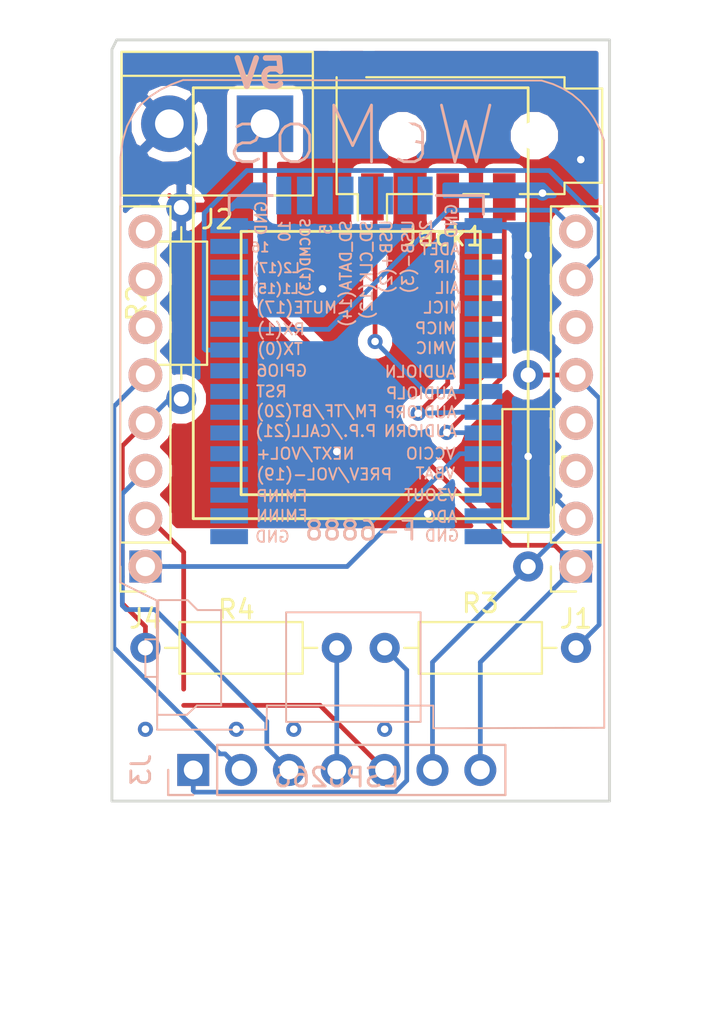
<source format=kicad_pcb>
(kicad_pcb (version 20171130) (host pcbnew "(5.0.1)-3")

  (general
    (thickness 1.6)
    (drawings 6)
    (tracks 108)
    (zones 0)
    (modules 11)
    (nets 54)
  )

  (page A4)
  (layers
    (0 F.Cu signal)
    (31 B.Cu signal)
    (32 B.Adhes user)
    (33 F.Adhes user)
    (34 B.Paste user)
    (35 F.Paste user)
    (36 B.SilkS user)
    (37 F.SilkS user)
    (38 B.Mask user)
    (39 F.Mask user)
    (40 Dwgs.User user)
    (41 Cmts.User user)
    (42 Eco1.User user)
    (43 Eco2.User user)
    (44 Edge.Cuts user)
    (45 Margin user)
    (46 B.CrtYd user)
    (47 F.CrtYd user)
    (48 B.Fab user)
    (49 F.Fab user)
  )

  (setup
    (last_trace_width 0.25)
    (trace_clearance 0.2)
    (zone_clearance 0.508)
    (zone_45_only no)
    (trace_min 0.1524)
    (segment_width 0.2)
    (edge_width 0.15)
    (via_size 0.8)
    (via_drill 0.4)
    (via_min_size 0.508)
    (via_min_drill 0.254)
    (uvia_size 0.3)
    (uvia_drill 0.1)
    (uvias_allowed no)
    (uvia_min_size 0.2)
    (uvia_min_drill 0.1)
    (pcb_text_width 0.3)
    (pcb_text_size 1.5 1.5)
    (mod_edge_width 0.15)
    (mod_text_size 1 1)
    (mod_text_width 0.15)
    (pad_size 1.524 1.524)
    (pad_drill 0.762)
    (pad_to_mask_clearance 0.0508)
    (solder_mask_min_width 0.101)
    (aux_axis_origin 0 0)
    (visible_elements 7FFFFFFF)
    (pcbplotparams
      (layerselection 0x010fc_ffffffff)
      (usegerberextensions false)
      (usegerberattributes false)
      (usegerberadvancedattributes false)
      (creategerberjobfile false)
      (excludeedgelayer true)
      (linewidth 0.100000)
      (plotframeref false)
      (viasonmask false)
      (mode 1)
      (useauxorigin false)
      (hpglpennumber 1)
      (hpglpenspeed 20)
      (hpglpendiameter 15.000000)
      (psnegative false)
      (psa4output false)
      (plotreference true)
      (plotvalue true)
      (plotinvisibletext false)
      (padsonsilk false)
      (subtractmaskfromsilk false)
      (outputformat 1)
      (mirror false)
      (drillshape 1)
      (scaleselection 1)
      (outputdirectory ""))
  )

  (net 0 "")
  (net 1 GND)
  (net 2 /5V)
  (net 3 /3.3V)
  (net 4 /CS)
  (net 5 /MOSI)
  (net 6 /SCK)
  (net 7 /INT)
  (net 8 /MISO)
  (net 9 "Net-(BK3254-Pad11)")
  (net 10 "Net-(BK3254-Pad10)")
  (net 11 "Net-(ESP8266-Pad6)")
  (net 12 "Net-(ESP8266-Pad5)")
  (net 13 "Net-(ESP8266-Pad4)")
  (net 14 "Net-(ESP8266-Pad3)")
  (net 15 "Net-(ESP8266-Pad13)")
  (net 16 "Net-(ESP8266-Pad11)")
  (net 17 "Net-(ESP8266-Pad10)")
  (net 18 "Net-(ESP8266-Pad9)")
  (net 19 "Net-(BK3254-Pad22)")
  (net 20 "Net-(BK3254-Pad21)")
  (net 21 "Net-(BK3254-Pad23)")
  (net 22 "Net-(BK3254-Pad24)")
  (net 23 "Net-(BK3254-Pad20)")
  (net 24 "Net-(BK3254-Pad19)")
  (net 25 "Net-(BK3254-Pad18)")
  (net 26 "Net-(BK3254-Pad17)")
  (net 27 "Net-(BK3254-Pad30)")
  (net 28 "Net-(BK3254-Pad40)")
  (net 29 "Net-(BK3254-Pad37)")
  (net 30 "Net-(BK3254-Pad35)")
  (net 31 "Net-(BK3254-Pad28)")
  (net 32 "Net-(BK3254-Pad27)")
  (net 33 "Net-(BK3254-Pad29)")
  (net 34 "Net-(BK3254-Pad33)")
  (net 35 "Net-(BK3254-Pad39)")
  (net 36 "Net-(BK3254-Pad34)")
  (net 37 "Net-(BK3254-Pad38)")
  (net 38 "Net-(BK3254-Pad31)")
  (net 39 "Net-(BK3254-Pad32)")
  (net 40 "Net-(BK3254-Pad26)")
  (net 41 "Net-(BK3254-Pad4)")
  (net 42 "Net-(BK3254-Pad1)")
  (net 43 "Net-(BK3254-Pad2)")
  (net 44 "Net-(BK3254-Pad7)")
  (net 45 "Net-(BK3254-Pad8)")
  (net 46 "Net-(BK3254-Pad6)")
  (net 47 "Net-(BK3254-Pad3)")
  (net 48 "Net-(BK3254-Pad5)")
  (net 49 "Net-(BK3254-Pad9)")
  (net 50 "Net-(BK3254-Pad12)")
  (net 51 "Net-(BK3254-Pad13)")
  (net 52 "Net-(BK3254-Pad14)")
  (net 53 "Net-(BK3254-Pad15)")

  (net_class Default "This is the default net class."
    (clearance 0.2)
    (trace_width 0.25)
    (via_dia 0.8)
    (via_drill 0.4)
    (uvia_dia 0.3)
    (uvia_drill 0.1)
    (add_net /3.3V)
    (add_net /5V)
    (add_net /CS)
    (add_net /INT)
    (add_net /MISO)
    (add_net /MOSI)
    (add_net /SCK)
    (add_net GND)
    (add_net "Net-(BK3254-Pad1)")
    (add_net "Net-(BK3254-Pad10)")
    (add_net "Net-(BK3254-Pad11)")
    (add_net "Net-(BK3254-Pad12)")
    (add_net "Net-(BK3254-Pad13)")
    (add_net "Net-(BK3254-Pad14)")
    (add_net "Net-(BK3254-Pad15)")
    (add_net "Net-(BK3254-Pad17)")
    (add_net "Net-(BK3254-Pad18)")
    (add_net "Net-(BK3254-Pad19)")
    (add_net "Net-(BK3254-Pad2)")
    (add_net "Net-(BK3254-Pad20)")
    (add_net "Net-(BK3254-Pad21)")
    (add_net "Net-(BK3254-Pad22)")
    (add_net "Net-(BK3254-Pad23)")
    (add_net "Net-(BK3254-Pad24)")
    (add_net "Net-(BK3254-Pad26)")
    (add_net "Net-(BK3254-Pad27)")
    (add_net "Net-(BK3254-Pad28)")
    (add_net "Net-(BK3254-Pad29)")
    (add_net "Net-(BK3254-Pad3)")
    (add_net "Net-(BK3254-Pad30)")
    (add_net "Net-(BK3254-Pad31)")
    (add_net "Net-(BK3254-Pad32)")
    (add_net "Net-(BK3254-Pad33)")
    (add_net "Net-(BK3254-Pad34)")
    (add_net "Net-(BK3254-Pad35)")
    (add_net "Net-(BK3254-Pad37)")
    (add_net "Net-(BK3254-Pad38)")
    (add_net "Net-(BK3254-Pad39)")
    (add_net "Net-(BK3254-Pad4)")
    (add_net "Net-(BK3254-Pad40)")
    (add_net "Net-(BK3254-Pad5)")
    (add_net "Net-(BK3254-Pad6)")
    (add_net "Net-(BK3254-Pad7)")
    (add_net "Net-(BK3254-Pad8)")
    (add_net "Net-(BK3254-Pad9)")
    (add_net "Net-(ESP8266-Pad10)")
    (add_net "Net-(ESP8266-Pad11)")
    (add_net "Net-(ESP8266-Pad13)")
    (add_net "Net-(ESP8266-Pad3)")
    (add_net "Net-(ESP8266-Pad4)")
    (add_net "Net-(ESP8266-Pad5)")
    (add_net "Net-(ESP8266-Pad6)")
    (add_net "Net-(ESP8266-Pad9)")
  )

  (module Connector_PinSocket_2.54mm:PinSocket_1x08_P2.54mm_Vertical (layer F.Cu) (tedit 5A19A420) (tstamp 5DF81493)
    (at 86.36 88.9 180)
    (descr "Through hole straight socket strip, 1x08, 2.54mm pitch, single row (from Kicad 4.0.7), script generated")
    (tags "Through hole socket strip THT 1x08 2.54mm single row")
    (path /5DA39631)
    (fp_text reference J4 (at 0 -2.77 180) (layer F.SilkS)
      (effects (font (size 1 1) (thickness 0.15)))
    )
    (fp_text value Conn_01x08_Female (at 0 20.55 180) (layer F.Fab)
      (effects (font (size 1 1) (thickness 0.15)))
    )
    (fp_text user %R (at 0 8.89 270) (layer F.Fab)
      (effects (font (size 1 1) (thickness 0.15)))
    )
    (fp_line (start -1.8 19.55) (end -1.8 -1.8) (layer F.CrtYd) (width 0.05))
    (fp_line (start 1.75 19.55) (end -1.8 19.55) (layer F.CrtYd) (width 0.05))
    (fp_line (start 1.75 -1.8) (end 1.75 19.55) (layer F.CrtYd) (width 0.05))
    (fp_line (start -1.8 -1.8) (end 1.75 -1.8) (layer F.CrtYd) (width 0.05))
    (fp_line (start 0 -1.33) (end 1.33 -1.33) (layer F.SilkS) (width 0.12))
    (fp_line (start 1.33 -1.33) (end 1.33 0) (layer F.SilkS) (width 0.12))
    (fp_line (start 1.33 1.27) (end 1.33 19.11) (layer F.SilkS) (width 0.12))
    (fp_line (start -1.33 19.11) (end 1.33 19.11) (layer F.SilkS) (width 0.12))
    (fp_line (start -1.33 1.27) (end -1.33 19.11) (layer F.SilkS) (width 0.12))
    (fp_line (start -1.33 1.27) (end 1.33 1.27) (layer F.SilkS) (width 0.12))
    (fp_line (start -1.27 19.05) (end -1.27 -1.27) (layer F.Fab) (width 0.1))
    (fp_line (start 1.27 19.05) (end -1.27 19.05) (layer F.Fab) (width 0.1))
    (fp_line (start 1.27 -0.635) (end 1.27 19.05) (layer F.Fab) (width 0.1))
    (fp_line (start 0.635 -1.27) (end 1.27 -0.635) (layer F.Fab) (width 0.1))
    (fp_line (start -1.27 -1.27) (end 0.635 -1.27) (layer F.Fab) (width 0.1))
    (pad 8 thru_hole oval (at 0 17.78 180) (size 1.7 1.7) (drill 1) (layers *.Cu *.Mask)
      (net 18 "Net-(ESP8266-Pad9)"))
    (pad 7 thru_hole oval (at 0 15.24 180) (size 1.7 1.7) (drill 1) (layers *.Cu *.Mask)
      (net 17 "Net-(ESP8266-Pad10)"))
    (pad 6 thru_hole oval (at 0 12.7 180) (size 1.7 1.7) (drill 1) (layers *.Cu *.Mask)
      (net 16 "Net-(ESP8266-Pad11)"))
    (pad 5 thru_hole oval (at 0 10.16 180) (size 1.7 1.7) (drill 1) (layers *.Cu *.Mask)
      (net 6 /SCK))
    (pad 4 thru_hole oval (at 0 7.62 180) (size 1.7 1.7) (drill 1) (layers *.Cu *.Mask)
      (net 15 "Net-(ESP8266-Pad13)"))
    (pad 3 thru_hole oval (at 0 5.08 180) (size 1.7 1.7) (drill 1) (layers *.Cu *.Mask)
      (net 5 /MOSI))
    (pad 2 thru_hole oval (at 0 2.54 180) (size 1.7 1.7) (drill 1) (layers *.Cu *.Mask)
      (net 4 /CS))
    (pad 1 thru_hole rect (at 0 0 180) (size 1.7 1.7) (drill 1) (layers *.Cu *.Mask)
      (net 3 /3.3V))
    (model ${KISYS3DMOD}/Connector_PinSocket_2.54mm.3dshapes/PinSocket_1x08_P2.54mm_Vertical.wrl
      (at (xyz 0 0 0))
      (scale (xyz 1 1 1))
      (rotate (xyz 0 0 0))
    )
  )

  (module Connector_PinSocket_2.54mm:PinSocket_1x08_P2.54mm_Vertical (layer F.Cu) (tedit 5A19A420) (tstamp 5DF81477)
    (at 109.22 88.9 180)
    (descr "Through hole straight socket strip, 1x08, 2.54mm pitch, single row (from Kicad 4.0.7), script generated")
    (tags "Through hole socket strip THT 1x08 2.54mm single row")
    (path /5DA3968F)
    (fp_text reference J1 (at 0 -2.77 180) (layer F.SilkS)
      (effects (font (size 1 1) (thickness 0.15)))
    )
    (fp_text value Conn_01x08_Female (at 0 20.55 180) (layer F.Fab)
      (effects (font (size 1 1) (thickness 0.15)))
    )
    (fp_text user %R (at 0 8.89 270) (layer F.Fab)
      (effects (font (size 1 1) (thickness 0.15)))
    )
    (fp_line (start -1.8 19.55) (end -1.8 -1.8) (layer F.CrtYd) (width 0.05))
    (fp_line (start 1.75 19.55) (end -1.8 19.55) (layer F.CrtYd) (width 0.05))
    (fp_line (start 1.75 -1.8) (end 1.75 19.55) (layer F.CrtYd) (width 0.05))
    (fp_line (start -1.8 -1.8) (end 1.75 -1.8) (layer F.CrtYd) (width 0.05))
    (fp_line (start 0 -1.33) (end 1.33 -1.33) (layer F.SilkS) (width 0.12))
    (fp_line (start 1.33 -1.33) (end 1.33 0) (layer F.SilkS) (width 0.12))
    (fp_line (start 1.33 1.27) (end 1.33 19.11) (layer F.SilkS) (width 0.12))
    (fp_line (start -1.33 19.11) (end 1.33 19.11) (layer F.SilkS) (width 0.12))
    (fp_line (start -1.33 1.27) (end -1.33 19.11) (layer F.SilkS) (width 0.12))
    (fp_line (start -1.33 1.27) (end 1.33 1.27) (layer F.SilkS) (width 0.12))
    (fp_line (start -1.27 19.05) (end -1.27 -1.27) (layer F.Fab) (width 0.1))
    (fp_line (start 1.27 19.05) (end -1.27 19.05) (layer F.Fab) (width 0.1))
    (fp_line (start 1.27 -0.635) (end 1.27 19.05) (layer F.Fab) (width 0.1))
    (fp_line (start 0.635 -1.27) (end 1.27 -0.635) (layer F.Fab) (width 0.1))
    (fp_line (start -1.27 -1.27) (end 0.635 -1.27) (layer F.Fab) (width 0.1))
    (pad 8 thru_hole oval (at 0 17.78 180) (size 1.7 1.7) (drill 1) (layers *.Cu *.Mask)
      (net 9 "Net-(BK3254-Pad11)"))
    (pad 7 thru_hole oval (at 0 15.24 180) (size 1.7 1.7) (drill 1) (layers *.Cu *.Mask)
      (net 10 "Net-(BK3254-Pad10)"))
    (pad 6 thru_hole oval (at 0 12.7 180) (size 1.7 1.7) (drill 1) (layers *.Cu *.Mask)
      (net 11 "Net-(ESP8266-Pad6)"))
    (pad 5 thru_hole oval (at 0 10.16 180) (size 1.7 1.7) (drill 1) (layers *.Cu *.Mask)
      (net 12 "Net-(ESP8266-Pad5)"))
    (pad 4 thru_hole oval (at 0 7.62 180) (size 1.7 1.7) (drill 1) (layers *.Cu *.Mask)
      (net 13 "Net-(ESP8266-Pad4)"))
    (pad 3 thru_hole oval (at 0 5.08 180) (size 1.7 1.7) (drill 1) (layers *.Cu *.Mask)
      (net 14 "Net-(ESP8266-Pad3)"))
    (pad 2 thru_hole oval (at 0 2.54 180) (size 1.7 1.7) (drill 1) (layers *.Cu *.Mask)
      (net 1 GND))
    (pad 1 thru_hole rect (at 0 0 180) (size 1.7 1.7) (drill 1) (layers *.Cu *.Mask)
      (net 2 /5V))
    (model ${KISYS3DMOD}/Connector_PinSocket_2.54mm.3dshapes/PinSocket_1x08_P2.54mm_Vertical.wrl
      (at (xyz 0 0 0))
      (scale (xyz 1 1 1))
      (rotate (xyz 0 0 0))
    )
  )

  (module Connector_PinSocket_2.54mm:PinSocket_1x07_P2.54mm_Vertical (layer B.Cu) (tedit 5A19A433) (tstamp 5DE58B37)
    (at 88.9 99.695 270)
    (descr "Through hole straight socket strip, 1x07, 2.54mm pitch, single row (from Kicad 4.0.7), script generated")
    (tags "Through hole socket strip THT 1x07 2.54mm single row")
    (path /5C4B5EB1)
    (fp_text reference J3 (at 0 2.77 270) (layer B.SilkS)
      (effects (font (size 1 1) (thickness 0.15)) (justify mirror))
    )
    (fp_text value MCP2515_Connector_01x07_Female (at 0 -18.01 270) (layer B.Fab)
      (effects (font (size 1 1) (thickness 0.15)) (justify mirror))
    )
    (fp_text user %R (at 0 -7.62 180) (layer B.Fab)
      (effects (font (size 1 1) (thickness 0.15)) (justify mirror))
    )
    (fp_line (start -1.8 -17) (end -1.8 1.8) (layer B.CrtYd) (width 0.05))
    (fp_line (start 1.75 -17) (end -1.8 -17) (layer B.CrtYd) (width 0.05))
    (fp_line (start 1.75 1.8) (end 1.75 -17) (layer B.CrtYd) (width 0.05))
    (fp_line (start -1.8 1.8) (end 1.75 1.8) (layer B.CrtYd) (width 0.05))
    (fp_line (start 0 1.33) (end 1.33 1.33) (layer B.SilkS) (width 0.12))
    (fp_line (start 1.33 1.33) (end 1.33 0) (layer B.SilkS) (width 0.12))
    (fp_line (start 1.33 -1.27) (end 1.33 -16.57) (layer B.SilkS) (width 0.12))
    (fp_line (start -1.33 -16.57) (end 1.33 -16.57) (layer B.SilkS) (width 0.12))
    (fp_line (start -1.33 -1.27) (end -1.33 -16.57) (layer B.SilkS) (width 0.12))
    (fp_line (start -1.33 -1.27) (end 1.33 -1.27) (layer B.SilkS) (width 0.12))
    (fp_line (start -1.27 -16.51) (end -1.27 1.27) (layer B.Fab) (width 0.1))
    (fp_line (start 1.27 -16.51) (end -1.27 -16.51) (layer B.Fab) (width 0.1))
    (fp_line (start 1.27 0.635) (end 1.27 -16.51) (layer B.Fab) (width 0.1))
    (fp_line (start 0.635 1.27) (end 1.27 0.635) (layer B.Fab) (width 0.1))
    (fp_line (start -1.27 1.27) (end 0.635 1.27) (layer B.Fab) (width 0.1))
    (pad 7 thru_hole oval (at 0 -15.24 270) (size 1.7 1.7) (drill 1) (layers *.Cu *.Mask)
      (net 2 /5V))
    (pad 6 thru_hole oval (at 0 -12.7 270) (size 1.7 1.7) (drill 1) (layers *.Cu *.Mask)
      (net 1 GND))
    (pad 5 thru_hole oval (at 0 -10.16 270) (size 1.7 1.7) (drill 1) (layers *.Cu *.Mask)
      (net 4 /CS))
    (pad 4 thru_hole oval (at 0 -7.62 270) (size 1.7 1.7) (drill 1) (layers *.Cu *.Mask)
      (net 8 /MISO))
    (pad 3 thru_hole oval (at 0 -5.08 270) (size 1.7 1.7) (drill 1) (layers *.Cu *.Mask)
      (net 5 /MOSI))
    (pad 2 thru_hole oval (at 0 -2.54 270) (size 1.7 1.7) (drill 1) (layers *.Cu *.Mask)
      (net 6 /SCK))
    (pad 1 thru_hole rect (at 0 0 270) (size 1.7 1.7) (drill 1) (layers *.Cu *.Mask)
      (net 7 /INT))
    (model ${KISYS3DMOD}/Connector_PinSocket_2.54mm.3dshapes/PinSocket_1x07_P2.54mm_Vertical.wrl
      (at (xyz 0 0 0))
      (scale (xyz 1 1 1))
      (rotate (xyz 0 0 0))
    )
  )

  (module F-6888_BK3254:F-6888 (layer B.Cu) (tedit 5AE5EB9F) (tstamp 5DE5D8CC)
    (at 90.805 69.215)
    (path /5C4F1C3F)
    (fp_text reference BK3254 (at 6.95 2.25) (layer B.SilkS) hide
      (effects (font (size 1 1) (thickness 0.15)) (justify mirror))
    )
    (fp_text value F-6888 (at 6.985 17.78) (layer B.SilkS)
      (effects (font (size 1 1) (thickness 0.15)) (justify mirror))
    )
    (fp_line (start 0 0) (end 0 1) (layer B.SilkS) (width 0.15))
    (fp_line (start 0 0) (end 2.3 0) (layer B.SilkS) (width 0.15))
    (fp_line (start 11 0) (end 13.5 0) (layer B.SilkS) (width 0.15))
    (fp_line (start 13.5 0) (end 13.5 1) (layer B.SilkS) (width 0.15))
    (fp_line (start 13.5 18.8) (end 13.5 25) (layer Dwgs.User) (width 0.15))
    (fp_line (start 13.5 25) (end 0 25) (layer Dwgs.User) (width 0.15))
    (fp_line (start 0 25) (end 0 18.8) (layer Dwgs.User) (width 0.15))
    (fp_text user GND (at 2.3 18.1) (layer B.SilkS)
      (effects (font (size 0.6 0.6) (thickness 0.1)) (justify mirror))
    )
    (fp_text user FMINN (at 2.8 17) (layer B.SilkS)
      (effects (font (size 0.6 0.6) (thickness 0.1)) (justify mirror))
    )
    (fp_text user FMINP (at 2.8 15.95) (layer B.SilkS)
      (effects (font (size 0.6 0.6) (thickness 0.1)) (justify mirror))
    )
    (fp_text user "PREV/VOL-(19)" (at 5.05 14.8) (layer B.SilkS)
      (effects (font (size 0.6 0.6) (thickness 0.1)) (justify mirror))
    )
    (fp_text user GND (at 11.3 18.05) (layer B.SilkS)
      (effects (font (size 0.6 0.6) (thickness 0.1)) (justify mirror))
    )
    (fp_text user ADC (at 11.25 17.05) (layer B.SilkS)
      (effects (font (size 0.6 0.6) (thickness 0.1)) (justify mirror))
    )
    (fp_text user V3OUT (at 10.7 15.9) (layer B.SilkS)
      (effects (font (size 0.6 0.6) (thickness 0.1)) (justify mirror))
    )
    (fp_text user VBAT (at 10.95 14.75) (layer B.SilkS)
      (effects (font (size 0.6 0.6) (thickness 0.1)) (justify mirror))
    )
    (fp_text user NEXT/VOL+ (at 4.05 13.7) (layer B.SilkS)
      (effects (font (size 0.6 0.6) (thickness 0.1)) (justify mirror))
    )
    (fp_text user "P.P./CALL(21)" (at 4.6 12.5) (layer B.SilkS)
      (effects (font (size 0.6 0.6) (thickness 0.1)) (justify mirror))
    )
    (fp_text user VCCIO (at 10.7 13.7) (layer B.SilkS)
      (effects (font (size 0.6 0.6) (thickness 0.1)) (justify mirror))
    )
    (fp_text user AUDIORN (at 10.15 12.5) (layer B.SilkS)
      (effects (font (size 0.6 0.6) (thickness 0.1)) (justify mirror))
    )
    (fp_text user AUDIORP (at 10.15 11.5) (layer B.SilkS)
      (effects (font (size 0.6 0.6) (thickness 0.1)) (justify mirror))
    )
    (fp_text user AUDIOLP (at 10.2 10.5) (layer B.SilkS)
      (effects (font (size 0.6 0.6) (thickness 0.1)) (justify mirror))
    )
    (fp_text user AUDIOLN (at 10.15 9.35) (layer B.SilkS)
      (effects (font (size 0.6 0.6) (thickness 0.1)) (justify mirror))
    )
    (fp_text user "FM/TF/BT(20)" (at 4.65 11.45) (layer B.SilkS)
      (effects (font (size 0.6 0.6) (thickness 0.1)) (justify mirror))
    )
    (fp_text user RST (at 2.25 10.4) (layer B.SilkS)
      (effects (font (size 0.6 0.6) (thickness 0.1)) (justify mirror))
    )
    (fp_text user GPIO6 (at 2.8 9.3) (layer B.SilkS)
      (effects (font (size 0.6 0.6) (thickness 0.1)) (justify mirror))
    )
    (fp_text user "TX(0)" (at 2.7 8.15) (layer B.SilkS)
      (effects (font (size 0.6 0.6) (thickness 0.1)) (justify mirror))
    )
    (fp_text user "RX(1)" (at 2.75 7.1) (layer B.SilkS)
      (effects (font (size 0.6 0.6) (thickness 0.1)) (justify mirror))
    )
    (fp_text user "MUTE(17)" (at 3.6 5.95) (layer B.SilkS)
      (effects (font (size 0.6 0.6) (thickness 0.1)) (justify mirror))
    )
    (fp_text user "L1(15)" (at 2.45 4.95) (layer B.SilkS)
      (effects (font (size 0.5 0.5) (thickness 0.1)) (justify mirror))
    )
    (fp_text user "L2(17)" (at 2.5 3.85) (layer B.SilkS)
      (effects (font (size 0.5 0.5) (thickness 0.1)) (justify mirror))
    )
    (fp_text user 16 (at 1.65 2.75) (layer B.SilkS)
      (effects (font (size 0.5 0.5) (thickness 0.1)) (justify mirror))
    )
    (fp_text user GND (at 1.7 1.2 -90) (layer B.SilkS)
      (effects (font (size 0.6 0.6) (thickness 0.1)) (justify mirror))
    )
    (fp_text user VMIC (at 10.95 8.1) (layer B.SilkS)
      (effects (font (size 0.6 0.6) (thickness 0.1)) (justify mirror))
    )
    (fp_text user MICP (at 10.95 7.05) (layer B.SilkS)
      (effects (font (size 0.6 0.6) (thickness 0.1)) (justify mirror))
    )
    (fp_text user MICL (at 11.35 5.95) (layer B.SilkS)
      (effects (font (size 0.6 0.6) (thickness 0.1)) (justify mirror))
    )
    (fp_text user AIL (at 11.6 4.9) (layer B.SilkS)
      (effects (font (size 0.6 0.6) (thickness 0.1)) (justify mirror))
    )
    (fp_text user AIR (at 11.55 3.8) (layer B.SilkS)
      (effects (font (size 0.6 0.6) (thickness 0.1)) (justify mirror))
    )
    (fp_text user 10 (at 2.95 1.9 -90) (layer B.SilkS)
      (effects (font (size 0.6 0.6) (thickness 0.1)) (justify mirror))
    )
    (fp_text user "SDCMD(13)" (at 4.05 3.3 -90) (layer B.SilkS)
      (effects (font (size 0.5 0.5) (thickness 0.1)) (justify mirror))
    )
    (fp_text user 5 (at 5.15 1.8 -90) (layer B.SilkS)
      (effects (font (size 0.6 0.6) (thickness 0.1)) (justify mirror))
    )
    (fp_text user "SD_DATA(14)" (at 6.2 4.15 -90) (layer B.SilkS)
      (effects (font (size 0.6 0.6) (thickness 0.1)) (justify mirror))
    )
    (fp_text user "SD_CLK(12)" (at 7.3 3.95 -90) (layer B.SilkS)
      (effects (font (size 0.6 0.6) (thickness 0.1)) (justify mirror))
    )
    (fp_text user "USB+(2)" (at 8.35 3.25 -90) (layer B.SilkS)
      (effects (font (size 0.6 0.6) (thickness 0.1)) (justify mirror))
    )
    (fp_text user "USB-(3)" (at 9.5 3.25 -90) (layer B.SilkS)
      (effects (font (size 0.6 0.6) (thickness 0.1)) (justify mirror))
    )
    (fp_text user 22 (at 10.45 1.85 -90) (layer B.SilkS)
      (effects (font (size 0.6 0.6) (thickness 0.1)) (justify mirror))
    )
    (fp_text user ADET (at 11.2 2.85) (layer B.SilkS)
      (effects (font (size 0.6 0.6) (thickness 0.1)) (justify mirror))
    )
    (fp_text user GND (at 11.8 1.35 -90) (layer B.SilkS)
      (effects (font (size 0.6 0.6) (thickness 0.1)) (justify mirror))
    )
    (pad 15 smd rect (at 0 2.7) (size 2 0.8) (layers B.Cu B.Paste B.Mask)
      (net 53 "Net-(BK3254-Pad15)"))
    (pad 14 smd rect (at 0 3.8) (size 2 0.8) (layers B.Cu B.Paste B.Mask)
      (net 52 "Net-(BK3254-Pad14)"))
    (pad 13 smd rect (at 0 4.9) (size 2 0.8) (layers B.Cu B.Paste B.Mask)
      (net 51 "Net-(BK3254-Pad13)"))
    (pad 12 smd rect (at 0 6) (size 2 0.8) (layers B.Cu B.Paste B.Mask)
      (net 50 "Net-(BK3254-Pad12)"))
    (pad 11 smd rect (at 0 7.1) (size 2 0.8) (layers B.Cu B.Paste B.Mask)
      (net 9 "Net-(BK3254-Pad11)"))
    (pad 10 smd rect (at 0 8.2) (size 2 0.8) (layers B.Cu B.Paste B.Mask)
      (net 10 "Net-(BK3254-Pad10)"))
    (pad 9 smd rect (at 0 9.3) (size 2 0.8) (layers B.Cu B.Paste B.Mask)
      (net 49 "Net-(BK3254-Pad9)"))
    (pad 5 smd rect (at 0 13.7) (size 2 0.8) (layers B.Cu B.Paste B.Mask)
      (net 48 "Net-(BK3254-Pad5)"))
    (pad 3 smd rect (at 0 15.9) (size 2 0.8) (layers B.Cu B.Paste B.Mask)
      (net 47 "Net-(BK3254-Pad3)"))
    (pad 6 smd rect (at 0 12.6) (size 2 0.8) (layers B.Cu B.Paste B.Mask)
      (net 46 "Net-(BK3254-Pad6)"))
    (pad 8 smd rect (at 0 10.4) (size 2 0.8) (layers B.Cu B.Paste B.Mask)
      (net 45 "Net-(BK3254-Pad8)"))
    (pad 7 smd rect (at 0 11.5) (size 2 0.8) (layers B.Cu B.Paste B.Mask)
      (net 44 "Net-(BK3254-Pad7)"))
    (pad 2 smd rect (at 0 17) (size 2 0.8) (layers B.Cu B.Paste B.Mask)
      (net 43 "Net-(BK3254-Pad2)"))
    (pad 16 smd rect (at 0 1.6) (size 2 0.8) (layers B.Cu B.Paste B.Mask)
      (net 1 GND))
    (pad 1 smd rect (at 0 18.1) (size 2 0.8) (layers B.Cu B.Paste B.Mask)
      (net 42 "Net-(BK3254-Pad1)"))
    (pad 4 smd rect (at 0 14.8) (size 2 0.8) (layers B.Cu B.Paste B.Mask)
      (net 41 "Net-(BK3254-Pad4)"))
    (pad 36 smd rect (at 13.5 13.7) (size 2 0.8) (layers B.Cu B.Paste B.Mask)
      (net 3 /3.3V))
    (pad 26 smd rect (at 13.5 2.7) (size 2 0.8) (layers B.Cu B.Paste B.Mask)
      (net 40 "Net-(BK3254-Pad26)"))
    (pad 32 smd rect (at 13.5 9.3) (size 2 0.8) (layers B.Cu B.Paste B.Mask)
      (net 39 "Net-(BK3254-Pad32)"))
    (pad 31 smd rect (at 13.5 8.2) (size 2 0.8) (layers B.Cu B.Paste B.Mask)
      (net 38 "Net-(BK3254-Pad31)"))
    (pad 38 smd rect (at 13.5 15.9) (size 2 0.8) (layers B.Cu B.Paste B.Mask)
      (net 37 "Net-(BK3254-Pad38)"))
    (pad 34 smd rect (at 13.5 11.5) (size 2 0.8) (layers B.Cu B.Paste B.Mask)
      (net 36 "Net-(BK3254-Pad34)"))
    (pad 25 smd rect (at 13.5 1.6) (size 2 0.8) (layers B.Cu B.Paste B.Mask)
      (net 1 GND))
    (pad 39 smd rect (at 13.5 17) (size 2 0.8) (layers B.Cu B.Paste B.Mask)
      (net 35 "Net-(BK3254-Pad39)"))
    (pad 33 smd rect (at 13.5 10.4) (size 2 0.8) (layers B.Cu B.Paste B.Mask)
      (net 34 "Net-(BK3254-Pad33)"))
    (pad 29 smd rect (at 13.5 6) (size 2 0.8) (layers B.Cu B.Paste B.Mask)
      (net 33 "Net-(BK3254-Pad29)"))
    (pad 27 smd rect (at 13.5 3.8) (size 2 0.8) (layers B.Cu B.Paste B.Mask)
      (net 32 "Net-(BK3254-Pad27)"))
    (pad 28 smd rect (at 13.5 4.9) (size 2 0.8) (layers B.Cu B.Paste B.Mask)
      (net 31 "Net-(BK3254-Pad28)"))
    (pad 35 smd rect (at 13.5 12.6) (size 2 0.8) (layers B.Cu B.Paste B.Mask)
      (net 30 "Net-(BK3254-Pad35)"))
    (pad 37 smd rect (at 13.5 14.8) (size 2 0.8) (layers B.Cu B.Paste B.Mask)
      (net 29 "Net-(BK3254-Pad37)"))
    (pad 40 smd rect (at 13.5 18.1) (size 2 0.8) (layers B.Cu B.Paste B.Mask)
      (net 28 "Net-(BK3254-Pad40)"))
    (pad 30 smd rect (at 13.5 7.1) (size 2 0.8) (layers B.Cu B.Paste B.Mask)
      (net 27 "Net-(BK3254-Pad30)"))
    (pad 17 smd rect (at 2.9 0) (size 0.8 2) (layers B.Cu B.Paste B.Mask)
      (net 26 "Net-(BK3254-Pad17)"))
    (pad 18 smd rect (at 4 0) (size 0.8 2) (layers B.Cu B.Paste B.Mask)
      (net 25 "Net-(BK3254-Pad18)"))
    (pad 19 smd rect (at 5.1 0) (size 0.8 2) (layers B.Cu B.Paste B.Mask)
      (net 24 "Net-(BK3254-Pad19)"))
    (pad 20 smd rect (at 6.2 0) (size 0.8 2) (layers B.Cu B.Paste B.Mask)
      (net 23 "Net-(BK3254-Pad20)"))
    (pad 24 smd rect (at 10.399996 0) (size 0.8 2) (layers B.Cu B.Paste B.Mask)
      (net 22 "Net-(BK3254-Pad24)"))
    (pad 23 smd rect (at 9.35 0) (size 0.8 2) (layers B.Cu B.Paste B.Mask)
      (net 21 "Net-(BK3254-Pad23)"))
    (pad 21 smd rect (at 7.25 0) (size 0.8 2) (layers B.Cu B.Paste B.Mask)
      (net 20 "Net-(BK3254-Pad21)"))
    (pad 22 smd rect (at 8.3 0) (size 0.8 2) (layers B.Cu B.Paste B.Mask)
      (net 19 "Net-(BK3254-Pad22)"))
  )

  (module Connector_Audio:Jack_3.5mm_PJ320D_Horizontal (layer F.Cu) (tedit 5A1DBF1B) (tstamp 5DE62FE3)
    (at 102.235 66.04 180)
    (descr "Headphones with microphone connector, 3.5mm, 4 pins.")
    (tags "3.5mm jack mic microphone phones headphones 4pins audio plug")
    (path /5DA2F789)
    (attr smd)
    (fp_text reference Jack1 (at 0.05 -5.35 180) (layer F.SilkS)
      (effects (font (size 1 1) (thickness 0.15)))
    )
    (fp_text value PJ-320B (at -0.025 6.35 180) (layer F.Fab)
      (effects (font (size 1 1) (thickness 0.15)))
    )
    (fp_circle (center 3.9 -2.35) (end 3.95 -2.1) (layer F.Fab) (width 0.12))
    (fp_line (start -6.375 2.5) (end -8.375 2.5) (layer F.SilkS) (width 0.12))
    (fp_line (start -6.375 -2.5) (end -8.375 -2.5) (layer F.SilkS) (width 0.12))
    (fp_line (start -8.375 -2.5) (end -8.375 2.5) (layer F.SilkS) (width 0.12))
    (fp_line (start -6.375 2.5) (end -6.375 3.1) (layer F.SilkS) (width 0.12))
    (fp_line (start -6.375 -3.1) (end -6.375 -2.5) (layer F.SilkS) (width 0.12))
    (fp_line (start -8.73 -5) (end 6.07 -5) (layer F.CrtYd) (width 0.05))
    (fp_line (start -8.73 5) (end 6.07 5) (layer F.CrtYd) (width 0.05))
    (fp_line (start 5.725 3.1) (end 5.725 -3.1) (layer F.SilkS) (width 0.12))
    (fp_line (start -8.73 5) (end -8.73 -5) (layer F.CrtYd) (width 0.05))
    (fp_line (start 6.07 5) (end 6.07 -5) (layer F.CrtYd) (width 0.05))
    (fp_line (start -6.375 -3.1) (end -4 -3.1) (layer F.SilkS) (width 0.12))
    (fp_line (start -2.35 -3.1) (end -1 -3.1) (layer F.SilkS) (width 0.12))
    (fp_line (start 0.65 -3.1) (end 3.05 -3.1) (layer F.SilkS) (width 0.12))
    (fp_line (start 4.6 -3.1) (end 5.725 -3.1) (layer F.SilkS) (width 0.12))
    (fp_line (start 4.15 3.1) (end -6.375 3.1) (layer F.SilkS) (width 0.12))
    (fp_line (start 5.575 -2.9) (end 5.575 2.9) (layer F.Fab) (width 0.1))
    (fp_line (start -6.225 -2.9) (end 5.575 -2.9) (layer F.Fab) (width 0.1))
    (fp_line (start -6.225 -2.3) (end -6.225 -2.9) (layer F.Fab) (width 0.1))
    (fp_line (start -8.225 -2.3) (end -6.225 -2.3) (layer F.Fab) (width 0.1))
    (fp_line (start -8.225 2.3) (end -8.225 -2.3) (layer F.Fab) (width 0.1))
    (fp_line (start -6.225 2.3) (end -8.225 2.3) (layer F.Fab) (width 0.1))
    (fp_line (start -6.225 2.9) (end -6.225 2.3) (layer F.Fab) (width 0.1))
    (fp_line (start 5.575 2.9) (end -6.225 2.9) (layer F.Fab) (width 0.1))
    (fp_line (start 4.6 -3.1) (end 4.6 -4.5) (layer F.SilkS) (width 0.12))
    (fp_line (start 3.05 -3.1) (end 3.05 -4.5) (layer F.SilkS) (width 0.12))
    (fp_text user %R (at -1.195 0 180) (layer F.Fab)
      (effects (font (size 1 1) (thickness 0.15)))
    )
    (pad "" np_thru_hole circle (at 2.225 0 180) (size 1.5 1.5) (drill 1.5) (layers *.Cu *.Mask))
    (pad "" np_thru_hole circle (at -4.775 0 180) (size 1.5 1.5) (drill 1.5) (layers *.Cu *.Mask))
    (pad 3 smd rect (at -3.175 -3.25 180) (size 1.2 2.5) (layers F.Cu F.Paste F.Mask)
      (net 30 "Net-(BK3254-Pad35)"))
    (pad 2 smd rect (at -0.175 -3.25 180) (size 1.2 2.5) (layers F.Cu F.Paste F.Mask)
      (net 36 "Net-(BK3254-Pad34)"))
    (pad 1 smd rect (at 3.825 -3.25 180) (size 1.2 2.5) (layers F.Cu F.Paste F.Mask)
      (net 34 "Net-(BK3254-Pad33)"))
    (pad 4 smd rect (at 4.925 3.25 180) (size 1.2 2.5) (layers F.Cu F.Paste F.Mask))
    (model ${KISYS3DMOD}/Connector_Audio.3dshapes/Jack_3.5mm_PJ320D_Horizontal.wrl
      (at (xyz 0 0 0))
      (scale (xyz 1 1 1))
      (rotate (xyz 0 0 0))
    )
  )

  (module TerminalBlock:TerminalBlock_bornier-2_P5.08mm (layer F.Cu) (tedit 59FF03AB) (tstamp 5DE65476)
    (at 92.71 65.405 180)
    (descr "simple 2-pin terminal block, pitch 5.08mm, revamped version of bornier2")
    (tags "terminal block bornier2")
    (path /5C4F2DCF)
    (fp_text reference J2 (at 2.54 -5.08 180) (layer F.SilkS)
      (effects (font (size 1 1) (thickness 0.15)))
    )
    (fp_text value Screw_Terminal_01x02 (at 2.54 5.08 180) (layer F.Fab)
      (effects (font (size 1 1) (thickness 0.15)))
    )
    (fp_line (start 7.79 4) (end -2.71 4) (layer F.CrtYd) (width 0.05))
    (fp_line (start 7.79 4) (end 7.79 -4) (layer F.CrtYd) (width 0.05))
    (fp_line (start -2.71 -4) (end -2.71 4) (layer F.CrtYd) (width 0.05))
    (fp_line (start -2.71 -4) (end 7.79 -4) (layer F.CrtYd) (width 0.05))
    (fp_line (start -2.54 3.81) (end 7.62 3.81) (layer F.SilkS) (width 0.12))
    (fp_line (start -2.54 -3.81) (end -2.54 3.81) (layer F.SilkS) (width 0.12))
    (fp_line (start 7.62 -3.81) (end -2.54 -3.81) (layer F.SilkS) (width 0.12))
    (fp_line (start 7.62 3.81) (end 7.62 -3.81) (layer F.SilkS) (width 0.12))
    (fp_line (start 7.62 2.54) (end -2.54 2.54) (layer F.SilkS) (width 0.12))
    (fp_line (start 7.54 -3.75) (end -2.46 -3.75) (layer F.Fab) (width 0.1))
    (fp_line (start 7.54 3.75) (end 7.54 -3.75) (layer F.Fab) (width 0.1))
    (fp_line (start -2.46 3.75) (end 7.54 3.75) (layer F.Fab) (width 0.1))
    (fp_line (start -2.46 -3.75) (end -2.46 3.75) (layer F.Fab) (width 0.1))
    (fp_line (start -2.41 2.55) (end 7.49 2.55) (layer F.Fab) (width 0.1))
    (fp_text user %R (at 2.54 0 180) (layer F.Fab)
      (effects (font (size 1 1) (thickness 0.15)))
    )
    (pad 2 thru_hole circle (at 5.08 0 180) (size 3 3) (drill 1.52) (layers *.Cu *.Mask)
      (net 1 GND))
    (pad 1 thru_hole rect (at 0 0 180) (size 3 3) (drill 1.52) (layers *.Cu *.Mask)
      (net 2 /5V))
    (model ${KISYS3DMOD}/TerminalBlock.3dshapes/TerminalBlock_bornier-2_P5.08mm.wrl
      (offset (xyz 2.539999961853027 0 0))
      (scale (xyz 1 1 1))
      (rotate (xyz 0 0 0))
    )
  )

  (module wemos_d1_mini:D1_mini_board (layer B.Cu) (tedit 5766F65E) (tstamp 5DEBD98A)
    (at 97.79 81.28 180)
    (path /5C4A032B)
    (fp_text reference ESP8266 (at 1.27 -18.81 180) (layer B.SilkS)
      (effects (font (size 1 1) (thickness 0.15)) (justify mirror))
    )
    (fp_text value WeMos_mini (at 1.27 19.05 180) (layer B.Fab)
      (effects (font (size 1 1) (thickness 0.15)) (justify mirror))
    )
    (fp_line (start 11.431517 -13.476932) (end 10.814156 -13.476932) (layer B.SilkS) (width 0.1))
    (fp_line (start 11.431517 -11.483738) (end 11.431517 -13.476932) (layer B.SilkS) (width 0.1))
    (fp_line (start 10.778878 -11.483738) (end 11.431517 -11.483738) (layer B.SilkS) (width 0.1))
    (fp_line (start 10.796517 -15.487765) (end 10.7436 -9.402349) (layer B.SilkS) (width 0.1))
    (fp_line (start 9.226656 -15.487765) (end 10.796517 -15.487765) (layer B.SilkS) (width 0.1))
    (fp_line (start 8.697489 -14.993876) (end 9.226656 -15.487765) (layer B.SilkS) (width 0.1))
    (fp_line (start 7.40985 -14.993876) (end 8.697489 -14.993876) (layer B.SilkS) (width 0.1))
    (fp_line (start 7.40985 -9.931515) (end 7.40985 -14.993876) (layer B.SilkS) (width 0.1))
    (fp_line (start 8.662211 -9.931515) (end 7.40985 -9.931515) (layer B.SilkS) (width 0.1))
    (fp_line (start 9.191378 -9.402349) (end 8.662211 -9.931515) (layer B.SilkS) (width 0.1))
    (fp_line (start 10.7436 -9.402349) (end 9.191378 -9.402349) (layer B.SilkS) (width 0.1))
    (fp_line (start -3.17965 -15.865188) (end -3.17965 -10.051451) (layer B.SilkS) (width 0.1))
    (fp_line (start 3.959931 -15.865188) (end -3.17965 -15.865188) (layer B.SilkS) (width 0.1))
    (fp_line (start 3.959931 -10.051451) (end 3.959931 -15.865188) (layer B.SilkS) (width 0.1))
    (fp_line (start -3.17965 -10.051451) (end 3.959931 -10.051451) (layer B.SilkS) (width 0.1))
    (fp_line (start 10.83248 -9.424181) (end 10.802686 -16.232524) (layer B.SilkS) (width 0.1))
    (fp_line (start 12.776026 -8.463285) (end 10.83248 -9.424181) (layer B.SilkS) (width 0.1))
    (fp_line (start 12.751078 14.091807) (end 12.776026 -8.463285) (layer B.SilkS) (width 0.1))
    (fp_line (start 12.635482 14.984575) (end 12.751078 14.091807) (layer B.SilkS) (width 0.1))
    (fp_line (start 12.407122 15.739613) (end 12.635482 14.984575) (layer B.SilkS) (width 0.1))
    (fp_line (start 12.079595 16.37146) (end 12.407122 15.739613) (layer B.SilkS) (width 0.1))
    (fp_line (start 11.666503 16.894658) (end 12.079595 16.37146) (layer B.SilkS) (width 0.1))
    (fp_line (start 11.181445 17.323743) (end 11.666503 16.894658) (layer B.SilkS) (width 0.1))
    (fp_line (start 10.638018 17.673258) (end 11.181445 17.323743) (layer B.SilkS) (width 0.1))
    (fp_line (start 10.049824 17.957741) (end 10.638018 17.673258) (layer B.SilkS) (width 0.1))
    (fp_line (start 9.43046 18.191734) (end 10.049824 17.957741) (layer B.SilkS) (width 0.1))
    (fp_line (start -9.607453 18.162976) (end 9.43046 18.191734) (layer B.SilkS) (width 0.1))
    (fp_line (start -10.20525 17.97731) (end -9.607453 18.162976) (layer B.SilkS) (width 0.1))
    (fp_line (start -10.74944 17.730377) (end -10.20525 17.97731) (layer B.SilkS) (width 0.1))
    (fp_line (start -11.240512 17.422741) (end -10.74944 17.730377) (layer B.SilkS) (width 0.1))
    (fp_line (start -11.678953 17.054952) (end -11.240512 17.422741) (layer B.SilkS) (width 0.1))
    (fp_line (start -12.065253 16.627577) (end -11.678953 17.054952) (layer B.SilkS) (width 0.1))
    (fp_line (start -12.399901 16.141167) (end -12.065253 16.627577) (layer B.SilkS) (width 0.1))
    (fp_line (start -12.683384 15.596286) (end -12.399901 16.141167) (layer B.SilkS) (width 0.1))
    (fp_line (start -12.916195 14.993493) (end -12.683384 15.596286) (layer B.SilkS) (width 0.1))
    (fp_line (start -12.930193 -16.176658) (end -12.916195 14.993493) (layer B.SilkS) (width 0.1))
    (fp_line (start -3.849397 -16.202736) (end -12.930193 -16.176658) (layer B.SilkS) (width 0.1))
    (fp_line (start -3.851373 -15.000483) (end -3.849397 -16.202736) (layer B.SilkS) (width 0.1))
    (fp_line (start 4.979849 -14.993795) (end -3.851373 -15.000483) (layer B.SilkS) (width 0.1))
    (fp_line (start 5.00618 -16.277228) (end 4.979849 -14.993795) (layer B.SilkS) (width 0.1))
    (fp_line (start 10.817472 -16.277228) (end 5.00618 -16.277228) (layer B.SilkS) (width 0.1))
    (fp_line (start -8.89 17.78) (end -8.89 -5.08) (layer F.SilkS) (width 0.15))
    (fp_line (start 8.89 17.78) (end -8.89 17.78) (layer F.SilkS) (width 0.15))
    (fp_line (start 8.89 -5.08) (end 8.89 17.78) (layer F.SilkS) (width 0.15))
    (fp_line (start -8.89 -5.08) (end 8.89 -5.08) (layer F.SilkS) (width 0.15))
    (fp_line (start 6.35 -3.81) (end -6.35 -3.81) (layer F.SilkS) (width 0.15))
    (fp_line (start 6.35 10.16) (end 6.35 -3.81) (layer F.SilkS) (width 0.15))
    (fp_line (start -6.35 10.16) (end 6.35 10.16) (layer F.SilkS) (width 0.15))
    (fp_line (start -6.35 -3.81) (end -6.35 10.16) (layer F.SilkS) (width 0.15))
    (fp_text user WeMos (at 0 15.24 180) (layer B.SilkS)
      (effects (font (size 3 3) (thickness 0.15)) (justify mirror))
    )
    (pad 9 thru_hole circle (at 11.43 10.16 180) (size 1.8 1.8) (drill 1.016) (layers *.Cu *.Mask B.SilkS)
      (net 18 "Net-(ESP8266-Pad9)"))
    (pad 10 thru_hole circle (at 11.43 7.62 180) (size 1.8 1.8) (drill 1.016) (layers *.Cu *.Mask B.SilkS)
      (net 17 "Net-(ESP8266-Pad10)"))
    (pad 11 thru_hole circle (at 11.43 5.08 180) (size 1.8 1.8) (drill 1.016) (layers *.Cu *.Mask B.SilkS)
      (net 16 "Net-(ESP8266-Pad11)"))
    (pad 12 thru_hole circle (at 11.43 2.54 180) (size 1.8 1.8) (drill 1.016) (layers *.Cu *.Mask B.SilkS)
      (net 6 /SCK))
    (pad 13 thru_hole circle (at 11.43 0 180) (size 1.8 1.8) (drill 1.016) (layers *.Cu *.Mask B.SilkS)
      (net 15 "Net-(ESP8266-Pad13)"))
    (pad 14 thru_hole circle (at 11.43 -2.54 180) (size 1.8 1.8) (drill 1.016) (layers *.Cu *.Mask B.SilkS)
      (net 5 /MOSI))
    (pad 15 thru_hole circle (at 11.43 -5.08 180) (size 1.8 1.8) (drill 1.016) (layers *.Cu *.Mask B.SilkS)
      (net 4 /CS))
    (pad 16 thru_hole circle (at 11.43 -7.62 180) (size 1.8 1.8) (drill 1.016) (layers *.Cu *.Mask B.SilkS)
      (net 3 /3.3V))
    (pad 1 thru_hole circle (at -11.43 -7.62 180) (size 1.8 1.8) (drill 1.016) (layers *.Cu *.Mask B.SilkS)
      (net 2 /5V))
    (pad 2 thru_hole circle (at -11.43 -5.08 180) (size 1.8 1.8) (drill 1.016) (layers *.Cu *.Mask B.SilkS)
      (net 1 GND))
    (pad 3 thru_hole circle (at -11.43 -2.54 180) (size 1.8 1.8) (drill 1.016) (layers *.Cu *.Mask B.SilkS)
      (net 14 "Net-(ESP8266-Pad3)"))
    (pad 4 thru_hole circle (at -11.43 0 180) (size 1.8 1.8) (drill 1.016) (layers *.Cu *.Mask B.SilkS)
      (net 13 "Net-(ESP8266-Pad4)"))
    (pad 5 thru_hole circle (at -11.43 2.54 180) (size 1.8 1.8) (drill 1.016) (layers *.Cu *.Mask B.SilkS)
      (net 12 "Net-(ESP8266-Pad5)"))
    (pad 6 thru_hole circle (at -11.43 5.08 180) (size 1.8 1.8) (drill 1.016) (layers *.Cu *.Mask B.SilkS)
      (net 11 "Net-(ESP8266-Pad6)"))
    (pad 7 thru_hole circle (at -11.43 7.62 180) (size 1.8 1.8) (drill 1.016) (layers *.Cu *.Mask B.SilkS)
      (net 10 "Net-(BK3254-Pad10)"))
    (pad 8 thru_hole circle (at -11.43 10.16 180) (size 1.8 1.8) (drill 1.016) (layers *.Cu *.Mask B.SilkS)
      (net 9 "Net-(BK3254-Pad11)"))
  )

  (module Resistor_THT:R_Axial_DIN0207_L6.3mm_D2.5mm_P10.16mm_Horizontal (layer F.Cu) (tedit 5AE5139B) (tstamp 5DE58AC1)
    (at 96.52 93.218 180)
    (descr "Resistor, Axial_DIN0207 series, Axial, Horizontal, pin pitch=10.16mm, 0.25W = 1/4W, length*diameter=6.3*2.5mm^2, http://cdn-reichelt.de/documents/datenblatt/B400/1_4W%23YAG.pdf")
    (tags "Resistor Axial_DIN0207 series Axial Horizontal pin pitch 10.16mm 0.25W = 1/4W length 6.3mm diameter 2.5mm")
    (path /5C4A3765)
    (fp_text reference R4 (at 5.334 2.032 180) (layer F.SilkS)
      (effects (font (size 1 1) (thickness 0.15)))
    )
    (fp_text value 2.2k (at 4.826 -2.286 180) (layer F.Fab)
      (effects (font (size 1 1) (thickness 0.15)))
    )
    (fp_text user %R (at 5.08 0 180) (layer F.Fab)
      (effects (font (size 1 1) (thickness 0.15)))
    )
    (fp_line (start 11.21 -1.5) (end -1.05 -1.5) (layer F.CrtYd) (width 0.05))
    (fp_line (start 11.21 1.5) (end 11.21 -1.5) (layer F.CrtYd) (width 0.05))
    (fp_line (start -1.05 1.5) (end 11.21 1.5) (layer F.CrtYd) (width 0.05))
    (fp_line (start -1.05 -1.5) (end -1.05 1.5) (layer F.CrtYd) (width 0.05))
    (fp_line (start 9.12 0) (end 8.35 0) (layer F.SilkS) (width 0.12))
    (fp_line (start 1.04 0) (end 1.81 0) (layer F.SilkS) (width 0.12))
    (fp_line (start 8.35 -1.37) (end 1.81 -1.37) (layer F.SilkS) (width 0.12))
    (fp_line (start 8.35 1.37) (end 8.35 -1.37) (layer F.SilkS) (width 0.12))
    (fp_line (start 1.81 1.37) (end 8.35 1.37) (layer F.SilkS) (width 0.12))
    (fp_line (start 1.81 -1.37) (end 1.81 1.37) (layer F.SilkS) (width 0.12))
    (fp_line (start 10.16 0) (end 8.23 0) (layer F.Fab) (width 0.1))
    (fp_line (start 0 0) (end 1.93 0) (layer F.Fab) (width 0.1))
    (fp_line (start 8.23 -1.25) (end 1.93 -1.25) (layer F.Fab) (width 0.1))
    (fp_line (start 8.23 1.25) (end 8.23 -1.25) (layer F.Fab) (width 0.1))
    (fp_line (start 1.93 1.25) (end 8.23 1.25) (layer F.Fab) (width 0.1))
    (fp_line (start 1.93 -1.25) (end 1.93 1.25) (layer F.Fab) (width 0.1))
    (pad 2 thru_hole oval (at 10.16 0 180) (size 1.6 1.6) (drill 0.8) (layers *.Cu *.Mask)
      (net 15 "Net-(ESP8266-Pad13)"))
    (pad 1 thru_hole circle (at 0 0 180) (size 1.6 1.6) (drill 0.8) (layers *.Cu *.Mask)
      (net 8 /MISO))
    (model ${KISYS3DMOD}/Resistor_THT.3dshapes/R_Axial_DIN0207_L6.3mm_D2.5mm_P10.16mm_Horizontal.wrl
      (at (xyz 0 0 0))
      (scale (xyz 1 1 1))
      (rotate (xyz 0 0 0))
    )
  )

  (module Resistor_THT:R_Axial_DIN0207_L6.3mm_D2.5mm_P10.16mm_Horizontal (layer F.Cu) (tedit 5AE5139B) (tstamp 5DE58AAA)
    (at 99.06 93.218)
    (descr "Resistor, Axial_DIN0207 series, Axial, Horizontal, pin pitch=10.16mm, 0.25W = 1/4W, length*diameter=6.3*2.5mm^2, http://cdn-reichelt.de/documents/datenblatt/B400/1_4W%23YAG.pdf")
    (tags "Resistor Axial_DIN0207 series Axial Horizontal pin pitch 10.16mm 0.25W = 1/4W length 6.3mm diameter 2.5mm")
    (path /5C4BC53C)
    (fp_text reference R3 (at 5.08 -2.37) (layer F.SilkS)
      (effects (font (size 1 1) (thickness 0.15)))
    )
    (fp_text value 2.2k (at 5.08 2.37) (layer F.Fab)
      (effects (font (size 1 1) (thickness 0.15)))
    )
    (fp_text user %R (at 5.08 0) (layer F.Fab)
      (effects (font (size 1 1) (thickness 0.15)))
    )
    (fp_line (start 11.21 -1.5) (end -1.05 -1.5) (layer F.CrtYd) (width 0.05))
    (fp_line (start 11.21 1.5) (end 11.21 -1.5) (layer F.CrtYd) (width 0.05))
    (fp_line (start -1.05 1.5) (end 11.21 1.5) (layer F.CrtYd) (width 0.05))
    (fp_line (start -1.05 -1.5) (end -1.05 1.5) (layer F.CrtYd) (width 0.05))
    (fp_line (start 9.12 0) (end 8.35 0) (layer F.SilkS) (width 0.12))
    (fp_line (start 1.04 0) (end 1.81 0) (layer F.SilkS) (width 0.12))
    (fp_line (start 8.35 -1.37) (end 1.81 -1.37) (layer F.SilkS) (width 0.12))
    (fp_line (start 8.35 1.37) (end 8.35 -1.37) (layer F.SilkS) (width 0.12))
    (fp_line (start 1.81 1.37) (end 8.35 1.37) (layer F.SilkS) (width 0.12))
    (fp_line (start 1.81 -1.37) (end 1.81 1.37) (layer F.SilkS) (width 0.12))
    (fp_line (start 10.16 0) (end 8.23 0) (layer F.Fab) (width 0.1))
    (fp_line (start 0 0) (end 1.93 0) (layer F.Fab) (width 0.1))
    (fp_line (start 8.23 -1.25) (end 1.93 -1.25) (layer F.Fab) (width 0.1))
    (fp_line (start 8.23 1.25) (end 8.23 -1.25) (layer F.Fab) (width 0.1))
    (fp_line (start 1.93 1.25) (end 8.23 1.25) (layer F.Fab) (width 0.1))
    (fp_line (start 1.93 -1.25) (end 1.93 1.25) (layer F.Fab) (width 0.1))
    (pad 2 thru_hole oval (at 10.16 0) (size 1.6 1.6) (drill 0.8) (layers *.Cu *.Mask)
      (net 12 "Net-(ESP8266-Pad5)"))
    (pad 1 thru_hole circle (at 0 0) (size 1.6 1.6) (drill 0.8) (layers *.Cu *.Mask)
      (net 7 /INT))
    (model ${KISYS3DMOD}/Resistor_THT.3dshapes/R_Axial_DIN0207_L6.3mm_D2.5mm_P10.16mm_Horizontal.wrl
      (at (xyz 0 0 0))
      (scale (xyz 1 1 1))
      (rotate (xyz 0 0 0))
    )
  )

  (module Resistor_THT:R_Axial_DIN0207_L6.3mm_D2.5mm_P10.16mm_Horizontal (layer F.Cu) (tedit 5AE5139B) (tstamp 5DE58A93)
    (at 88.265 80.01 90)
    (descr "Resistor, Axial_DIN0207 series, Axial, Horizontal, pin pitch=10.16mm, 0.25W = 1/4W, length*diameter=6.3*2.5mm^2, http://cdn-reichelt.de/documents/datenblatt/B400/1_4W%23YAG.pdf")
    (tags "Resistor Axial_DIN0207 series Axial Horizontal pin pitch 10.16mm 0.25W = 1/4W length 6.3mm diameter 2.5mm")
    (path /5C4B5C29)
    (fp_text reference R2 (at 5.08 -2.37 90) (layer F.SilkS)
      (effects (font (size 1 1) (thickness 0.15)))
    )
    (fp_text value 3.3k (at 5.08 2.37 90) (layer F.Fab)
      (effects (font (size 1 1) (thickness 0.15)))
    )
    (fp_text user %R (at 5.08 0 90) (layer F.Fab)
      (effects (font (size 1 1) (thickness 0.15)))
    )
    (fp_line (start 11.21 -1.5) (end -1.05 -1.5) (layer F.CrtYd) (width 0.05))
    (fp_line (start 11.21 1.5) (end 11.21 -1.5) (layer F.CrtYd) (width 0.05))
    (fp_line (start -1.05 1.5) (end 11.21 1.5) (layer F.CrtYd) (width 0.05))
    (fp_line (start -1.05 -1.5) (end -1.05 1.5) (layer F.CrtYd) (width 0.05))
    (fp_line (start 9.12 0) (end 8.35 0) (layer F.SilkS) (width 0.12))
    (fp_line (start 1.04 0) (end 1.81 0) (layer F.SilkS) (width 0.12))
    (fp_line (start 8.35 -1.37) (end 1.81 -1.37) (layer F.SilkS) (width 0.12))
    (fp_line (start 8.35 1.37) (end 8.35 -1.37) (layer F.SilkS) (width 0.12))
    (fp_line (start 1.81 1.37) (end 8.35 1.37) (layer F.SilkS) (width 0.12))
    (fp_line (start 1.81 -1.37) (end 1.81 1.37) (layer F.SilkS) (width 0.12))
    (fp_line (start 10.16 0) (end 8.23 0) (layer F.Fab) (width 0.1))
    (fp_line (start 0 0) (end 1.93 0) (layer F.Fab) (width 0.1))
    (fp_line (start 8.23 -1.25) (end 1.93 -1.25) (layer F.Fab) (width 0.1))
    (fp_line (start 8.23 1.25) (end 8.23 -1.25) (layer F.Fab) (width 0.1))
    (fp_line (start 1.93 1.25) (end 8.23 1.25) (layer F.Fab) (width 0.1))
    (fp_line (start 1.93 -1.25) (end 1.93 1.25) (layer F.Fab) (width 0.1))
    (pad 2 thru_hole oval (at 10.16 0 90) (size 1.6 1.6) (drill 0.8) (layers *.Cu *.Mask)
      (net 1 GND))
    (pad 1 thru_hole circle (at 0 0 90) (size 1.6 1.6) (drill 0.8) (layers *.Cu *.Mask)
      (net 15 "Net-(ESP8266-Pad13)"))
    (model ${KISYS3DMOD}/Resistor_THT.3dshapes/R_Axial_DIN0207_L6.3mm_D2.5mm_P10.16mm_Horizontal.wrl
      (at (xyz 0 0 0))
      (scale (xyz 1 1 1))
      (rotate (xyz 0 0 0))
    )
  )

  (module Resistor_THT:R_Axial_DIN0207_L6.3mm_D2.5mm_P10.16mm_Horizontal (layer F.Cu) (tedit 5AE5139B) (tstamp 5DE699E7)
    (at 106.68 78.74 270)
    (descr "Resistor, Axial_DIN0207 series, Axial, Horizontal, pin pitch=10.16mm, 0.25W = 1/4W, length*diameter=6.3*2.5mm^2, http://cdn-reichelt.de/documents/datenblatt/B400/1_4W%23YAG.pdf")
    (tags "Resistor Axial_DIN0207 series Axial Horizontal pin pitch 10.16mm 0.25W = 1/4W length 6.3mm diameter 2.5mm")
    (path /5C4BC586)
    (fp_text reference R1 (at 5.08 -2.37 270) (layer F.SilkS)
      (effects (font (size 1 1) (thickness 0.15)) (justify mirror))
    )
    (fp_text value 3.3k (at 5.08 2.37 270) (layer F.Fab)
      (effects (font (size 1 1) (thickness 0.15)))
    )
    (fp_text user %R (at 5.08 0 270) (layer F.Fab)
      (effects (font (size 1 1) (thickness 0.15)))
    )
    (fp_line (start 11.21 -1.5) (end -1.05 -1.5) (layer F.CrtYd) (width 0.05))
    (fp_line (start 11.21 1.5) (end 11.21 -1.5) (layer F.CrtYd) (width 0.05))
    (fp_line (start -1.05 1.5) (end 11.21 1.5) (layer F.CrtYd) (width 0.05))
    (fp_line (start -1.05 -1.5) (end -1.05 1.5) (layer F.CrtYd) (width 0.05))
    (fp_line (start 9.12 0) (end 8.35 0) (layer F.SilkS) (width 0.12))
    (fp_line (start 1.04 0) (end 1.81 0) (layer F.SilkS) (width 0.12))
    (fp_line (start 8.35 -1.37) (end 1.81 -1.37) (layer F.SilkS) (width 0.12))
    (fp_line (start 8.35 1.37) (end 8.35 -1.37) (layer F.SilkS) (width 0.12))
    (fp_line (start 1.81 1.37) (end 8.35 1.37) (layer F.SilkS) (width 0.12))
    (fp_line (start 1.81 -1.37) (end 1.81 1.37) (layer F.SilkS) (width 0.12))
    (fp_line (start 10.16 0) (end 8.23 0) (layer F.Fab) (width 0.1))
    (fp_line (start 0 0) (end 1.93 0) (layer F.Fab) (width 0.1))
    (fp_line (start 8.23 -1.25) (end 1.93 -1.25) (layer F.Fab) (width 0.1))
    (fp_line (start 8.23 1.25) (end 8.23 -1.25) (layer F.Fab) (width 0.1))
    (fp_line (start 1.93 1.25) (end 8.23 1.25) (layer F.Fab) (width 0.1))
    (fp_line (start 1.93 -1.25) (end 1.93 1.25) (layer F.Fab) (width 0.1))
    (pad 2 thru_hole oval (at 10.16 0 270) (size 1.6 1.6) (drill 0.8) (layers *.Cu *.Mask)
      (net 1 GND))
    (pad 1 thru_hole circle (at 0 0 270) (size 1.6 1.6) (drill 0.8) (layers *.Cu *.Mask)
      (net 12 "Net-(ESP8266-Pad5)"))
    (model ${KISYS3DMOD}/Resistor_THT.3dshapes/R_Axial_DIN0207_L6.3mm_D2.5mm_P10.16mm_Horizontal.wrl
      (at (xyz 0 0 0))
      (scale (xyz 1 1 1))
      (rotate (xyz 0 0 0))
    )
  )

  (gr_line (start 84.836 60.96) (end 110.998 60.96) (layer Edge.Cuts) (width 0.15))
  (gr_line (start 84.582 61.468) (end 84.836 60.96) (layer Edge.Cuts) (width 0.15))
  (gr_line (start 84.582 101.346) (end 84.582 61.468) (layer Edge.Cuts) (width 0.15))
  (gr_line (start 110.998 101.346) (end 84.582 101.346) (layer Edge.Cuts) (width 0.15))
  (gr_line (start 110.998 60.96) (end 110.998 101.346) (layer Edge.Cuts) (width 0.15))
  (gr_text 5V (at 92.456 62.738) (layer B.SilkS)
    (effects (font (size 1.5 1.5) (thickness 0.3)) (justify mirror))
  )

  (segment (start 108.320001 85.460001) (end 109.22 86.36) (width 0.25) (layer B.Cu) (net 1))
  (segment (start 107.994999 85.134999) (end 108.320001 85.460001) (width 0.25) (layer B.Cu) (net 1))
  (segment (start 107.994999 76.788001) (end 107.994999 85.134999) (width 0.25) (layer B.Cu) (net 1))
  (segment (start 106.68 75.473002) (end 107.994999 76.788001) (width 0.25) (layer B.Cu) (net 1))
  (segment (start 106.68 71.12) (end 106.68 72.39) (width 0.25) (layer B.Cu) (net 1))
  (segment (start 87.63 69.215) (end 88.265 69.85) (width 0.25) (layer F.Cu) (net 1))
  (segment (start 107.479999 88.100001) (end 109.22 86.36) (width 0.25) (layer B.Cu) (net 1))
  (segment (start 106.68 88.9) (end 107.479999 88.100001) (width 0.25) (layer B.Cu) (net 1))
  (segment (start 101.6 93.98) (end 101.6 99.695) (width 0.25) (layer B.Cu) (net 1))
  (segment (start 106.68 88.9) (end 101.6 93.98) (width 0.25) (layer B.Cu) (net 1))
  (via (at 109.474 67.31) (size 0.8) (drill 0.4) (layers F.Cu B.Cu) (net 1))
  (segment (start 106.68 72.39) (end 106.68 75.473002) (width 0.25) (layer B.Cu) (net 1) (tstamp 5DE6C066))
  (via (at 106.68 72.39) (size 0.8) (drill 0.4) (layers F.Cu B.Cu) (net 1))
  (via (at 95.758 74.168) (size 0.8) (drill 0.4) (layers F.Cu B.Cu) (net 1))
  (via (at 96.52 82.804) (size 0.8) (drill 0.4) (layers F.Cu B.Cu) (net 1))
  (via (at 86.36 97.536) (size 0.8) (drill 0.4) (layers F.Cu B.Cu) (net 1))
  (via (at 91.186 97.536) (size 0.8) (drill 0.4) (layers F.Cu B.Cu) (net 1))
  (via (at 94.234 97.536) (size 0.8) (drill 0.4) (layers F.Cu B.Cu) (net 1))
  (via (at 107.442 69.088) (size 0.8) (drill 0.4) (layers F.Cu B.Cu) (net 1))
  (via (at 99.06 97.536) (size 0.8) (drill 0.4) (layers F.Cu B.Cu) (net 1))
  (via (at 106.68 83.058) (size 0.8) (drill 0.4) (layers F.Cu B.Cu) (net 1))
  (segment (start 105.86 71.12) (end 106.68 71.12) (width 0.25) (layer B.Cu) (net 1))
  (segment (start 108.320001 88.000001) (end 109.22 88.9) (width 0.25) (layer F.Cu) (net 2))
  (segment (start 108.094999 87.774999) (end 108.320001 88.000001) (width 0.25) (layer F.Cu) (net 2))
  (segment (start 105.751997 87.774999) (end 108.094999 87.774999) (width 0.25) (layer F.Cu) (net 2))
  (segment (start 92.71 74.733002) (end 105.751997 87.774999) (width 0.25) (layer F.Cu) (net 2))
  (segment (start 92.71 65.405) (end 92.71 74.733002) (width 0.25) (layer F.Cu) (net 2))
  (segment (start 104.14 93.98) (end 104.14 99.695) (width 0.25) (layer B.Cu) (net 2))
  (segment (start 109.22 88.9) (end 104.14 93.98) (width 0.25) (layer B.Cu) (net 2))
  (segment (start 87.632792 88.9) (end 86.36 88.9) (width 0.25) (layer B.Cu) (net 3))
  (segment (start 97.07 88.9) (end 87.632792 88.9) (width 0.25) (layer B.Cu) (net 3))
  (segment (start 103.055 82.915) (end 97.07 88.9) (width 0.25) (layer B.Cu) (net 3))
  (segment (start 104.305 82.915) (end 103.055 82.915) (width 0.25) (layer B.Cu) (net 3))
  (segment (start 86.36 86.995) (end 86.36 86.36) (width 0.25) (layer F.Cu) (net 4))
  (segment (start 88.392 88.138) (end 86.36 86.135883) (width 0.25) (layer F.Cu) (net 4))
  (segment (start 88.392 88.138) (end 88.392 95.406883) (width 0.25) (layer F.Cu) (net 4))
  (segment (start 95.631 96.266) (end 99.06 99.695) (width 0.25) (layer F.Cu) (net 4))
  (segment (start 88.392 96.266) (end 95.631 96.266) (width 0.25) (layer F.Cu) (net 4))
  (segment (start 85.460001 84.719999) (end 86.36 83.82) (width 0.25) (layer B.Cu) (net 5))
  (segment (start 85.134999 85.045001) (end 85.460001 84.719999) (width 0.25) (layer B.Cu) (net 5))
  (segment (start 85.460001 79.639999) (end 86.36 78.74) (width 0.25) (layer B.Cu) (net 6))
  (segment (start 84.684989 80.415011) (end 85.460001 79.639999) (width 0.25) (layer B.Cu) (net 6))
  (segment (start 84.684989 93.207991) (end 84.684989 80.415011) (width 0.25) (layer B.Cu) (net 6))
  (segment (start 90.321999 98.845001) (end 84.684989 93.207991) (width 0.25) (layer B.Cu) (net 6))
  (segment (start 90.590001 98.845001) (end 90.321999 98.845001) (width 0.25) (layer B.Cu) (net 6))
  (segment (start 91.44 99.695) (end 90.590001 98.845001) (width 0.25) (layer B.Cu) (net 6))
  (segment (start 99.859999 94.017999) (end 99.06 93.218) (width 0.25) (layer B.Cu) (net 7))
  (segment (start 100.235001 94.393001) (end 99.859999 94.017999) (width 0.25) (layer B.Cu) (net 7))
  (segment (start 100.235001 100.259001) (end 100.235001 94.393001) (width 0.25) (layer B.Cu) (net 7))
  (segment (start 99.624001 100.870001) (end 100.235001 100.259001) (width 0.25) (layer B.Cu) (net 7))
  (segment (start 88.975001 100.870001) (end 99.624001 100.870001) (width 0.25) (layer B.Cu) (net 7))
  (segment (start 88.9 100.795) (end 88.975001 100.870001) (width 0.25) (layer B.Cu) (net 7))
  (segment (start 88.9 99.695) (end 88.9 100.795) (width 0.25) (layer B.Cu) (net 7))
  (segment (start 96.52 94.34937) (end 96.52 99.695) (width 0.25) (layer B.Cu) (net 8))
  (segment (start 96.52 93.218) (end 96.52 94.34937) (width 0.25) (layer B.Cu) (net 8))
  (segment (start 92.055 76.315) (end 90.805 76.315) (width 0.25) (layer B.Cu) (net 9))
  (segment (start 96.089998 76.315) (end 92.055 76.315) (width 0.25) (layer B.Cu) (net 9))
  (segment (start 102.409999 69.994999) (end 96.089998 76.315) (width 0.25) (layer B.Cu) (net 9))
  (segment (start 108.094999 69.994999) (end 102.409999 69.994999) (width 0.25) (layer B.Cu) (net 9))
  (segment (start 109.22 71.12) (end 108.094999 69.994999) (width 0.25) (layer B.Cu) (net 9))
  (segment (start 89.479999 77.339999) (end 89.555 77.415) (width 0.25) (layer B.Cu) (net 10))
  (segment (start 89.479999 70.154999) (end 89.479999 77.339999) (width 0.25) (layer B.Cu) (net 10))
  (segment (start 91.744999 67.889999) (end 89.479999 70.154999) (width 0.25) (layer B.Cu) (net 10))
  (segment (start 89.555 77.415) (end 90.805 77.415) (width 0.25) (layer B.Cu) (net 10))
  (segment (start 107.803001 67.889999) (end 91.744999 67.889999) (width 0.25) (layer B.Cu) (net 10))
  (segment (start 110.445001 70.531999) (end 107.803001 67.889999) (width 0.25) (layer B.Cu) (net 10))
  (segment (start 110.445001 72.434999) (end 110.445001 70.531999) (width 0.25) (layer B.Cu) (net 10))
  (segment (start 109.22 73.66) (end 110.445001 72.434999) (width 0.25) (layer B.Cu) (net 10))
  (segment (start 109.22 78.74) (end 106.68 78.74) (width 0.25) (layer F.Cu) (net 12))
  (segment (start 110.119999 79.639999) (end 109.22 78.74) (width 0.25) (layer B.Cu) (net 12))
  (segment (start 110.445001 79.965001) (end 110.119999 79.639999) (width 0.25) (layer B.Cu) (net 12))
  (segment (start 110.445001 91.992999) (end 110.445001 79.965001) (width 0.25) (layer B.Cu) (net 12))
  (segment (start 109.22 93.218) (end 110.445001 91.992999) (width 0.25) (layer B.Cu) (net 12))
  (segment (start 87.63 80.01) (end 86.36 81.28) (width 0.25) (layer B.Cu) (net 15))
  (segment (start 88.265 80.01) (end 87.63 80.01) (width 0.25) (layer B.Cu) (net 15))
  (segment (start 85.460001 82.179999) (end 86.36 81.28) (width 0.25) (layer F.Cu) (net 15))
  (segment (start 85.134999 82.505001) (end 85.460001 82.179999) (width 0.25) (layer F.Cu) (net 15))
  (segment (start 85.134999 90.861629) (end 85.134999 82.505001) (width 0.25) (layer F.Cu) (net 15))
  (segment (start 86.36 92.08663) (end 85.134999 90.861629) (width 0.25) (layer F.Cu) (net 15))
  (segment (start 86.36 93.218) (end 86.36 92.08663) (width 0.25) (layer F.Cu) (net 15))
  (segment (start 105.41 69.29) (end 105.41 69.94) (width 0.25) (layer F.Cu) (net 30))
  (via (at 102.362 81.788) (size 0.8) (drill 0.4) (layers F.Cu B.Cu) (net 30))
  (segment (start 102.362 81.788) (end 104.305 81.815) (width 0.25) (layer B.Cu) (net 30))
  (segment (start 105.41 78.74) (end 102.362 81.788) (width 0.25) (layer F.Cu) (net 30))
  (segment (start 105.41 69.29) (end 105.41 78.74) (width 0.25) (layer F.Cu) (net 30))
  (segment (start 101.713 79.615) (end 101.205 79.615) (width 0.25) (layer B.Cu) (net 34))
  (segment (start 104.305 79.615) (end 101.713 79.615) (width 0.25) (layer B.Cu) (net 34))
  (segment (start 101.205 79.615) (end 98.552 76.962) (width 0.25) (layer B.Cu) (net 34))
  (segment (start 98.552 76.962) (end 98.552 76.962) (width 0.25) (layer B.Cu) (net 34) (tstamp 5DF8CCC7))
  (via (at 98.552 76.962) (size 0.8) (drill 0.4) (layers F.Cu B.Cu) (net 34))
  (segment (start 98.552 69.432) (end 98.41 69.29) (width 0.25) (layer F.Cu) (net 34))
  (segment (start 98.552 76.962) (end 98.552 69.432) (width 0.25) (layer F.Cu) (net 34))
  (segment (start 103.055 80.715) (end 104.305 80.715) (width 0.25) (layer B.Cu) (net 36))
  (segment (start 100.838 80.772) (end 103.055 80.715) (width 0.25) (layer B.Cu) (net 36))
  (via (at 100.838 80.772) (size 0.8) (drill 0.4) (layers F.Cu B.Cu) (net 36))
  (segment (start 102.41 79.2) (end 100.838 80.772) (width 0.25) (layer F.Cu) (net 36))
  (segment (start 102.41 69.29) (end 102.41 79.2) (width 0.25) (layer F.Cu) (net 36))
  (segment (start 104.305 70.815) (end 105.555 70.815) (width 0.25) (layer B.Cu) (net 1))
  (segment (start 105.555 70.815) (end 105.86 71.12) (width 0.25) (layer B.Cu) (net 1))
  (via (at 101.346 86.106) (size 0.8) (drill 0.4) (layers F.Cu B.Cu) (net 1))
  (segment (start 85.134999 90.976999) (end 85.134999 89.408) (width 0.25) (layer B.Cu) (net 5))
  (segment (start 85.344 91.186) (end 85.134999 90.976999) (width 0.25) (layer B.Cu) (net 5))
  (segment (start 85.134999 89.488001) (end 85.134999 89.408) (width 0.25) (layer B.Cu) (net 5))
  (segment (start 93.98 99.695) (end 92.804999 98.519999) (width 0.25) (layer B.Cu) (net 5))
  (segment (start 85.134999 89.408) (end 85.134999 85.045001) (width 0.25) (layer B.Cu) (net 5))
  (segment (start 92.804999 98.519999) (end 92.804999 97.122999) (width 0.25) (layer B.Cu) (net 5))
  (segment (start 92.804999 97.122999) (end 86.868 91.186) (width 0.25) (layer B.Cu) (net 5))
  (segment (start 86.868 91.186) (end 85.344 91.186) (width 0.25) (layer B.Cu) (net 5))

  (zone (net 0) (net_name "") (layers F&B.Cu) (tstamp 0) (hatch edge 0.508)
    (connect_pads (clearance 0.508))
    (min_thickness 0.254)
    (keepout (tracks allowed) (vias allowed) (copperpour not_allowed))
    (fill (arc_segments 16) (thermal_gap 0.508) (thermal_bridge_width 0.508))
    (polygon
      (pts
        (xy 110.744 86.868) (xy 110.744 101.346) (xy 84.582 101.346) (xy 84.582 86.868) (xy 88.9 86.868)
      )
    )
  )
  (zone (net 1) (net_name GND) (layer B.Cu) (tstamp 0) (hatch edge 0.508)
    (connect_pads (clearance 0.508))
    (min_thickness 0.254)
    (fill yes (arc_segments 16) (thermal_gap 0.508) (thermal_bridge_width 0.508))
    (polygon
      (pts
        (xy 84.582 61.214) (xy 110.744 61.214) (xy 110.744 101.346) (xy 84.582 101.346)
      )
    )
    (filled_polygon
      (pts
        (xy 107.685 70.81467) (xy 107.685 71.42533) (xy 107.91869 71.989507) (xy 108.319183 72.39) (xy 107.91869 72.790493)
        (xy 107.685 73.35467) (xy 107.685 73.96533) (xy 107.91869 74.529507) (xy 108.319183 74.93) (xy 107.91869 75.330493)
        (xy 107.685 75.89467) (xy 107.685 76.50533) (xy 107.91869 77.069507) (xy 108.319183 77.47) (xy 107.91869 77.870493)
        (xy 107.89561 77.926214) (xy 107.492862 77.523466) (xy 106.965439 77.305) (xy 106.394561 77.305) (xy 105.95244 77.488133)
        (xy 105.95244 77.015) (xy 105.922603 76.865) (xy 105.95244 76.715) (xy 105.95244 75.915) (xy 105.922603 75.765)
        (xy 105.95244 75.615) (xy 105.95244 74.815) (xy 105.922603 74.665) (xy 105.95244 74.515) (xy 105.95244 73.715)
        (xy 105.922603 73.565) (xy 105.95244 73.415) (xy 105.95244 72.615) (xy 105.922603 72.465) (xy 105.95244 72.315)
        (xy 105.95244 71.515) (xy 105.925064 71.377369) (xy 105.94 71.34131) (xy 105.94 71.10075) (xy 105.78125 70.942)
        (xy 105.590415 70.942) (xy 105.552765 70.916843) (xy 105.305 70.86756) (xy 103.305 70.86756) (xy 103.057235 70.916843)
        (xy 103.019585 70.942) (xy 102.82875 70.942) (xy 102.67 71.10075) (xy 102.67 71.34131) (xy 102.684936 71.377369)
        (xy 102.65756 71.515) (xy 102.65756 72.315) (xy 102.687397 72.465) (xy 102.65756 72.615) (xy 102.65756 73.415)
        (xy 102.687397 73.565) (xy 102.65756 73.715) (xy 102.65756 74.515) (xy 102.687397 74.665) (xy 102.65756 74.815)
        (xy 102.65756 75.615) (xy 102.687397 75.765) (xy 102.65756 75.915) (xy 102.65756 76.715) (xy 102.687397 76.865)
        (xy 102.65756 77.015) (xy 102.65756 77.815) (xy 102.687397 77.965) (xy 102.65756 78.115) (xy 102.65756 78.855)
        (xy 101.519802 78.855) (xy 99.587 76.922199) (xy 99.587 76.756126) (xy 99.429431 76.37572) (xy 99.13828 76.084569)
        (xy 98.757874 75.927) (xy 98.346126 75.927) (xy 97.96572 76.084569) (xy 97.674569 76.37572) (xy 97.517 76.756126)
        (xy 97.517 77.167874) (xy 97.674569 77.54828) (xy 97.96572 77.839431) (xy 98.346126 77.997) (xy 98.512199 77.997)
        (xy 100.363476 79.848278) (xy 100.25172 79.894569) (xy 99.960569 80.18572) (xy 99.803 80.566126) (xy 99.803 80.977874)
        (xy 99.960569 81.35828) (xy 100.25172 81.649431) (xy 100.632126 81.807) (xy 101.043874 81.807) (xy 101.327 81.689726)
        (xy 101.327 81.993874) (xy 101.484569 82.37428) (xy 101.77572 82.665431) (xy 102.09678 82.798418) (xy 98.154199 86.741)
        (xy 92.427377 86.741) (xy 92.45244 86.615) (xy 92.45244 85.815) (xy 92.422603 85.665) (xy 92.45244 85.515)
        (xy 92.45244 84.715) (xy 92.422603 84.565) (xy 92.45244 84.415) (xy 92.45244 83.615) (xy 92.422603 83.465)
        (xy 92.45244 83.315) (xy 92.45244 82.515) (xy 92.422603 82.365) (xy 92.45244 82.215) (xy 92.45244 81.415)
        (xy 92.422603 81.265) (xy 92.45244 81.115) (xy 92.45244 80.315) (xy 92.422603 80.165) (xy 92.45244 80.015)
        (xy 92.45244 79.215) (xy 92.422603 79.065) (xy 92.45244 78.915) (xy 92.45244 78.115) (xy 92.422603 77.965)
        (xy 92.45244 77.815) (xy 92.45244 77.075) (xy 96.015151 77.075) (xy 96.089998 77.089888) (xy 96.164845 77.075)
        (xy 96.16485 77.075) (xy 96.386535 77.030904) (xy 96.637927 76.862929) (xy 96.680329 76.79947) (xy 102.724801 70.754999)
        (xy 107.709717 70.754999)
      )
    )
    (filled_polygon
      (pts
        (xy 102.65756 84.415) (xy 102.687397 84.565) (xy 102.65756 84.715) (xy 102.65756 85.515) (xy 102.687397 85.665)
        (xy 102.65756 85.815) (xy 102.65756 86.615) (xy 102.682623 86.741) (xy 100.303801 86.741) (xy 102.65756 84.387242)
      )
    )
    (filled_polygon
      (pts
        (xy 107.91869 79.609507) (xy 108.319183 80.01) (xy 107.91869 80.410493) (xy 107.685 80.97467) (xy 107.685 81.58533)
        (xy 107.91869 82.149507) (xy 108.319183 82.55) (xy 107.91869 82.950493) (xy 107.685 83.51467) (xy 107.685 84.12533)
        (xy 107.91869 84.689507) (xy 108.350493 85.12131) (xy 108.370115 85.129438) (xy 108.361871 85.153908) (xy 108.338642 85.164817)
        (xy 108.039255 85.493332) (xy 107.883357 85.545852) (xy 107.673542 86.119336) (xy 107.699161 86.72946) (xy 107.703941 86.741)
        (xy 105.927377 86.741) (xy 105.95244 86.615) (xy 105.95244 85.815) (xy 105.922603 85.665) (xy 105.95244 85.515)
        (xy 105.95244 84.715) (xy 105.922603 84.565) (xy 105.95244 84.415) (xy 105.95244 83.615) (xy 105.922603 83.465)
        (xy 105.95244 83.315) (xy 105.95244 82.515) (xy 105.922603 82.365) (xy 105.95244 82.215) (xy 105.95244 81.415)
        (xy 105.922603 81.265) (xy 105.95244 81.115) (xy 105.95244 80.315) (xy 105.922603 80.165) (xy 105.95244 80.015)
        (xy 105.95244 79.991867) (xy 106.394561 80.175) (xy 106.965439 80.175) (xy 107.492862 79.956534) (xy 107.89561 79.553786)
      )
    )
    (filled_polygon
      (pts
        (xy 109.367 86.29911) (xy 109.367 86.42089) (xy 109.28089 86.507) (xy 109.15911 86.507) (xy 109.073 86.42089)
        (xy 109.073 86.233) (xy 109.093 86.233) (xy 109.093 86.213) (xy 109.28089 86.213)
      )
    )
    (filled_polygon
      (pts
        (xy 110.288 69.300196) (xy 108.393332 67.405529) (xy 108.35093 67.34207) (xy 108.099538 67.174095) (xy 107.878549 67.130138)
        (xy 108.184147 66.82454) (xy 108.395 66.315494) (xy 108.395 65.764506) (xy 108.184147 65.25546) (xy 107.79454 64.865853)
        (xy 107.285494 64.655) (xy 106.734506 64.655) (xy 106.22546 64.865853) (xy 105.835853 65.25546) (xy 105.625 65.764506)
        (xy 105.625 66.315494) (xy 105.835853 66.82454) (xy 106.141312 67.129999) (xy 100.878688 67.129999) (xy 101.184147 66.82454)
        (xy 101.395 66.315494) (xy 101.395 65.764506) (xy 101.184147 65.25546) (xy 100.79454 64.865853) (xy 100.285494 64.655)
        (xy 99.734506 64.655) (xy 99.22546 64.865853) (xy 98.835853 65.25546) (xy 98.625 65.764506) (xy 98.625 66.315494)
        (xy 98.835853 66.82454) (xy 99.141312 67.129999) (xy 94.812685 67.129999) (xy 94.85744 66.905) (xy 94.85744 63.905)
        (xy 94.808157 63.657235) (xy 94.667809 63.447191) (xy 94.457765 63.306843) (xy 94.21 63.25756) (xy 91.21 63.25756)
        (xy 90.962235 63.306843) (xy 90.752191 63.447191) (xy 90.611843 63.657235) (xy 90.56256 63.905) (xy 90.56256 66.905)
        (xy 90.611843 67.152765) (xy 90.752191 67.362809) (xy 90.962235 67.503157) (xy 91.04131 67.518886) (xy 89.464914 69.095282)
        (xy 89.417389 68.994866) (xy 89.002423 68.618959) (xy 88.614039 68.458096) (xy 88.392 68.580085) (xy 88.392 69.723)
        (xy 88.412 69.723) (xy 88.412 69.977) (xy 88.392 69.977) (xy 88.392 71.119915) (xy 88.614039 71.241904)
        (xy 88.719999 71.198017) (xy 88.72 77.265147) (xy 88.705111 77.339999) (xy 88.72 77.414851) (xy 88.737198 77.50131)
        (xy 88.764096 77.636536) (xy 88.829888 77.735) (xy 88.932071 77.887928) (xy 88.977029 77.917968) (xy 89.007071 77.962929)
        (xy 89.166605 78.069526) (xy 89.15756 78.115) (xy 89.15756 78.873164) (xy 89.077862 78.793466) (xy 88.550439 78.575)
        (xy 87.979561 78.575) (xy 87.895 78.610026) (xy 87.895 78.43467) (xy 87.66131 77.870493) (xy 87.260817 77.47)
        (xy 87.66131 77.069507) (xy 87.895 76.50533) (xy 87.895 75.89467) (xy 87.66131 75.330493) (xy 87.260817 74.93)
        (xy 87.66131 74.529507) (xy 87.895 73.96533) (xy 87.895 73.35467) (xy 87.66131 72.790493) (xy 87.260817 72.39)
        (xy 87.66131 71.989507) (xy 87.895 71.42533) (xy 87.895 71.233222) (xy 87.915961 71.241904) (xy 88.138 71.119915)
        (xy 88.138 69.977) (xy 88.118 69.977) (xy 88.118 69.723) (xy 88.138 69.723) (xy 88.138 68.580085)
        (xy 87.915961 68.458096) (xy 87.527577 68.618959) (xy 87.112611 68.994866) (xy 86.873086 69.500959) (xy 86.993166 69.720794)
        (xy 86.66533 69.585) (xy 86.05467 69.585) (xy 85.490493 69.81869) (xy 85.292 70.017183) (xy 85.292 66.91897)
        (xy 86.295635 66.91897) (xy 86.455418 67.237739) (xy 87.246187 67.547723) (xy 88.095387 67.531497) (xy 88.804582 67.237739)
        (xy 88.964365 66.91897) (xy 87.63 65.584605) (xy 86.295635 66.91897) (xy 85.292 66.91897) (xy 85.292 65.021187)
        (xy 85.487277 65.021187) (xy 85.503503 65.870387) (xy 85.797261 66.579582) (xy 86.11603 66.739365) (xy 87.450395 65.405)
        (xy 87.809605 65.405) (xy 89.14397 66.739365) (xy 89.462739 66.579582) (xy 89.772723 65.788813) (xy 89.756497 64.939613)
        (xy 89.462739 64.230418) (xy 89.14397 64.070635) (xy 87.809605 65.405) (xy 87.450395 65.405) (xy 86.11603 64.070635)
        (xy 85.797261 64.230418) (xy 85.487277 65.021187) (xy 85.292 65.021187) (xy 85.292 63.89103) (xy 86.295635 63.89103)
        (xy 87.63 65.225395) (xy 88.964365 63.89103) (xy 88.804582 63.572261) (xy 88.013813 63.262277) (xy 87.164613 63.278503)
        (xy 86.455418 63.572261) (xy 86.295635 63.89103) (xy 85.292 63.89103) (xy 85.292 61.67) (xy 110.288 61.67)
      )
    )
    (filled_polygon
      (pts
        (xy 92.65756 70.215) (xy 92.706843 70.462765) (xy 92.847191 70.672809) (xy 93.057235 70.813157) (xy 93.305 70.86244)
        (xy 94.105 70.86244) (xy 94.255 70.832603) (xy 94.405 70.86244) (xy 95.205 70.86244) (xy 95.355 70.832603)
        (xy 95.505 70.86244) (xy 96.305 70.86244) (xy 96.455 70.832603) (xy 96.605 70.86244) (xy 97.405 70.86244)
        (xy 97.53 70.837576) (xy 97.655 70.86244) (xy 98.455 70.86244) (xy 98.58 70.837576) (xy 98.705 70.86244)
        (xy 99.505 70.86244) (xy 99.63 70.837576) (xy 99.755 70.86244) (xy 100.467756 70.86244) (xy 95.775197 75.555)
        (xy 92.45244 75.555) (xy 92.45244 74.815) (xy 92.422603 74.665) (xy 92.45244 74.515) (xy 92.45244 73.715)
        (xy 92.422603 73.565) (xy 92.45244 73.415) (xy 92.45244 72.615) (xy 92.422603 72.465) (xy 92.45244 72.315)
        (xy 92.45244 71.515) (xy 92.425064 71.377369) (xy 92.44 71.34131) (xy 92.44 71.10075) (xy 92.28125 70.942)
        (xy 92.090415 70.942) (xy 92.052765 70.916843) (xy 91.805 70.86756) (xy 90.658 70.86756) (xy 90.658 70.688)
        (xy 90.678 70.688) (xy 90.678 70.668) (xy 90.932 70.668) (xy 90.932 70.688) (xy 92.28125 70.688)
        (xy 92.44 70.52925) (xy 92.44 70.28869) (xy 92.343327 70.055301) (xy 92.164698 69.876673) (xy 91.931309 69.78)
        (xy 91.09075 69.78) (xy 90.932002 69.938748) (xy 90.932002 69.78) (xy 90.929799 69.78) (xy 92.059801 68.649999)
        (xy 92.65756 68.649999)
      )
    )
    (filled_polygon
      (pts
        (xy 108.064399 69.226198) (xy 108.020152 69.234999) (xy 102.484845 69.234999) (xy 102.409998 69.220111) (xy 102.335151 69.234999)
        (xy 102.335147 69.234999) (xy 102.252436 69.251451) (xy 102.252436 68.649999) (xy 107.4882 68.649999)
      )
    )
  )
  (zone (net 1) (net_name GND) (layer F.Cu) (tstamp 0) (hatch edge 0.508)
    (connect_pads (clearance 0.508))
    (min_thickness 0.254)
    (fill yes (arc_segments 16) (thermal_gap 0.508) (thermal_bridge_width 0.508))
    (polygon
      (pts
        (xy 110.744 61.214) (xy 110.744 101.346) (xy 84.582 101.346) (xy 84.582 61.214)
      )
    )
    (filled_polygon
      (pts
        (xy 107.91869 79.609507) (xy 108.319183 80.01) (xy 107.91869 80.410493) (xy 107.685 80.97467) (xy 107.685 81.58533)
        (xy 107.91869 82.149507) (xy 108.319183 82.55) (xy 107.91869 82.950493) (xy 107.685 83.51467) (xy 107.685 84.12533)
        (xy 107.91869 84.689507) (xy 108.350493 85.12131) (xy 108.370115 85.129438) (xy 108.361871 85.153908) (xy 108.338642 85.164817)
        (xy 108.039255 85.493332) (xy 107.883357 85.545852) (xy 107.673542 86.119336) (xy 107.699161 86.72946) (xy 107.703941 86.741)
        (xy 105.7928 86.741) (xy 100.8588 81.807) (xy 101.043874 81.807) (xy 101.327 81.689726) (xy 101.327 81.993874)
        (xy 101.484569 82.37428) (xy 101.77572 82.665431) (xy 102.156126 82.823) (xy 102.567874 82.823) (xy 102.94828 82.665431)
        (xy 103.239431 82.37428) (xy 103.397 81.993874) (xy 103.397 81.827801) (xy 105.567703 79.657099) (xy 105.867138 79.956534)
        (xy 106.394561 80.175) (xy 106.965439 80.175) (xy 107.492862 79.956534) (xy 107.89561 79.553786)
      )
    )
    (filled_polygon
      (pts
        (xy 96.06256 64.04) (xy 96.111843 64.287765) (xy 96.252191 64.497809) (xy 96.462235 64.638157) (xy 96.71 64.68744)
        (xy 97.91 64.68744) (xy 98.157765 64.638157) (xy 98.367809 64.497809) (xy 98.508157 64.287765) (xy 98.55744 64.04)
        (xy 98.55744 61.67) (xy 110.288 61.67) (xy 110.288 70.017183) (xy 110.089507 69.81869) (xy 109.52533 69.585)
        (xy 108.91467 69.585) (xy 108.350493 69.81869) (xy 107.91869 70.250493) (xy 107.685 70.81467) (xy 107.685 71.42533)
        (xy 107.91869 71.989507) (xy 108.319183 72.39) (xy 107.91869 72.790493) (xy 107.685 73.35467) (xy 107.685 73.96533)
        (xy 107.91869 74.529507) (xy 108.319183 74.93) (xy 107.91869 75.330493) (xy 107.685 75.89467) (xy 107.685 76.50533)
        (xy 107.91869 77.069507) (xy 108.319183 77.47) (xy 107.91869 77.870493) (xy 107.89561 77.926214) (xy 107.492862 77.523466)
        (xy 106.965439 77.305) (xy 106.394561 77.305) (xy 106.17 77.398016) (xy 106.17 71.155614) (xy 106.257765 71.138157)
        (xy 106.467809 70.997809) (xy 106.608157 70.787765) (xy 106.65744 70.54) (xy 106.65744 68.04) (xy 106.608157 67.792235)
        (xy 106.467809 67.582191) (xy 106.257765 67.441843) (xy 106.01 67.39256) (xy 104.81 67.39256) (xy 104.562235 67.441843)
        (xy 104.352191 67.582191) (xy 104.211843 67.792235) (xy 104.16256 68.04) (xy 104.16256 70.54) (xy 104.211843 70.787765)
        (xy 104.352191 70.997809) (xy 104.562235 71.138157) (xy 104.65 71.155614) (xy 104.650001 78.425197) (xy 102.322199 80.753)
        (xy 102.156126 80.753) (xy 101.873 80.870274) (xy 101.873 80.811801) (xy 102.894473 79.790329) (xy 102.957929 79.747929)
        (xy 103.113642 79.514889) (xy 103.125904 79.496538) (xy 103.161135 79.319418) (xy 103.17 79.274852) (xy 103.17 79.274848)
        (xy 103.184888 79.2) (xy 103.17 79.125152) (xy 103.17 71.155614) (xy 103.257765 71.138157) (xy 103.467809 70.997809)
        (xy 103.608157 70.787765) (xy 103.65744 70.54) (xy 103.65744 68.04) (xy 103.608157 67.792235) (xy 103.467809 67.582191)
        (xy 103.257765 67.441843) (xy 103.01 67.39256) (xy 101.81 67.39256) (xy 101.562235 67.441843) (xy 101.352191 67.582191)
        (xy 101.211843 67.792235) (xy 101.16256 68.04) (xy 101.16256 70.54) (xy 101.211843 70.787765) (xy 101.352191 70.997809)
        (xy 101.562235 71.138157) (xy 101.65 71.155614) (xy 101.650001 78.885197) (xy 100.798199 79.737) (xy 100.632126 79.737)
        (xy 100.25172 79.894569) (xy 99.960569 80.18572) (xy 99.803 80.566126) (xy 99.803 80.7512) (xy 93.47 74.418201)
        (xy 93.47 68.04) (xy 97.16256 68.04) (xy 97.16256 70.54) (xy 97.211843 70.787765) (xy 97.352191 70.997809)
        (xy 97.562235 71.138157) (xy 97.792001 71.18386) (xy 97.792 76.258289) (xy 97.674569 76.37572) (xy 97.517 76.756126)
        (xy 97.517 77.167874) (xy 97.674569 77.54828) (xy 97.96572 77.839431) (xy 98.346126 77.997) (xy 98.757874 77.997)
        (xy 99.13828 77.839431) (xy 99.429431 77.54828) (xy 99.587 77.167874) (xy 99.587 76.756126) (xy 99.429431 76.37572)
        (xy 99.312 76.258289) (xy 99.312 71.101918) (xy 99.467809 70.997809) (xy 99.608157 70.787765) (xy 99.65744 70.54)
        (xy 99.65744 68.04) (xy 99.608157 67.792235) (xy 99.467809 67.582191) (xy 99.257765 67.441843) (xy 99.01 67.39256)
        (xy 97.81 67.39256) (xy 97.562235 67.441843) (xy 97.352191 67.582191) (xy 97.211843 67.792235) (xy 97.16256 68.04)
        (xy 93.47 68.04) (xy 93.47 67.55244) (xy 94.21 67.55244) (xy 94.457765 67.503157) (xy 94.667809 67.362809)
        (xy 94.808157 67.152765) (xy 94.85744 66.905) (xy 94.85744 65.764506) (xy 98.625 65.764506) (xy 98.625 66.315494)
        (xy 98.835853 66.82454) (xy 99.22546 67.214147) (xy 99.734506 67.425) (xy 100.285494 67.425) (xy 100.79454 67.214147)
        (xy 101.184147 66.82454) (xy 101.395 66.315494) (xy 101.395 65.764506) (xy 105.625 65.764506) (xy 105.625 66.315494)
        (xy 105.835853 66.82454) (xy 106.22546 67.214147) (xy 106.734506 67.425) (xy 107.285494 67.425) (xy 107.79454 67.214147)
        (xy 108.184147 66.82454) (xy 108.395 66.315494) (xy 108.395 65.764506) (xy 108.184147 65.25546) (xy 107.79454 64.865853)
        (xy 107.285494 64.655) (xy 106.734506 64.655) (xy 106.22546 64.865853) (xy 105.835853 65.25546) (xy 105.625 65.764506)
        (xy 101.395 65.764506) (xy 101.184147 65.25546) (xy 100.79454 64.865853) (xy 100.285494 64.655) (xy 99.734506 64.655)
        (xy 99.22546 64.865853) (xy 98.835853 65.25546) (xy 98.625 65.764506) (xy 94.85744 65.764506) (xy 94.85744 63.905)
        (xy 94.808157 63.657235) (xy 94.667809 63.447191) (xy 94.457765 63.306843) (xy 94.21 63.25756) (xy 91.21 63.25756)
        (xy 90.962235 63.306843) (xy 90.752191 63.447191) (xy 90.611843 63.657235) (xy 90.56256 63.905) (xy 90.56256 66.905)
        (xy 90.611843 67.152765) (xy 90.752191 67.362809) (xy 90.962235 67.503157) (xy 91.21 67.55244) (xy 91.95 67.55244)
        (xy 91.950001 74.65815) (xy 91.935112 74.733002) (xy 91.994097 75.029539) (xy 92.104655 75.195) (xy 92.162072 75.280931)
        (xy 92.225528 75.323331) (xy 103.643196 86.741) (xy 88.057001 86.741) (xy 87.895 86.581381) (xy 87.895 86.05467)
        (xy 87.66131 85.490493) (xy 87.260817 85.09) (xy 87.66131 84.689507) (xy 87.895 84.12533) (xy 87.895 83.51467)
        (xy 87.66131 82.950493) (xy 87.260817 82.55) (xy 87.66131 82.149507) (xy 87.895 81.58533) (xy 87.895 81.409974)
        (xy 87.979561 81.445) (xy 88.550439 81.445) (xy 89.077862 81.226534) (xy 89.481534 80.822862) (xy 89.7 80.295439)
        (xy 89.7 79.724561) (xy 89.481534 79.197138) (xy 89.077862 78.793466) (xy 88.550439 78.575) (xy 87.979561 78.575)
        (xy 87.895 78.610026) (xy 87.895 78.43467) (xy 87.66131 77.870493) (xy 87.260817 77.47) (xy 87.66131 77.069507)
        (xy 87.895 76.50533) (xy 87.895 75.89467) (xy 87.66131 75.330493) (xy 87.260817 74.93) (xy 87.66131 74.529507)
        (xy 87.895 73.96533) (xy 87.895 73.35467) (xy 87.66131 72.790493) (xy 87.260817 72.39) (xy 87.66131 71.989507)
        (xy 87.895 71.42533) (xy 87.895 71.233222) (xy 87.915961 71.241904) (xy 88.138 71.119915) (xy 88.138 69.977)
        (xy 88.392 69.977) (xy 88.392 71.119915) (xy 88.614039 71.241904) (xy 89.002423 71.081041) (xy 89.417389 70.705134)
        (xy 89.656914 70.199041) (xy 89.535629 69.977) (xy 88.392 69.977) (xy 88.138 69.977) (xy 88.118 69.977)
        (xy 88.118 69.723) (xy 88.138 69.723) (xy 88.138 68.580085) (xy 88.392 68.580085) (xy 88.392 69.723)
        (xy 89.535629 69.723) (xy 89.656914 69.500959) (xy 89.417389 68.994866) (xy 89.002423 68.618959) (xy 88.614039 68.458096)
        (xy 88.392 68.580085) (xy 88.138 68.580085) (xy 87.915961 68.458096) (xy 87.527577 68.618959) (xy 87.112611 68.994866)
        (xy 86.873086 69.500959) (xy 86.993166 69.720794) (xy 86.66533 69.585) (xy 86.05467 69.585) (xy 85.490493 69.81869)
        (xy 85.292 70.017183) (xy 85.292 66.91897) (xy 86.295635 66.91897) (xy 86.455418 67.237739) (xy 87.246187 67.547723)
        (xy 88.095387 67.531497) (xy 88.804582 67.237739) (xy 88.964365 66.91897) (xy 87.63 65.584605) (xy 86.295635 66.91897)
        (xy 85.292 66.91897) (xy 85.292 65.021187) (xy 85.487277 65.021187) (xy 85.503503 65.870387) (xy 85.797261 66.579582)
        (xy 86.11603 66.739365) (xy 87.450395 65.405) (xy 87.809605 65.405) (xy 89.14397 66.739365) (xy 89.462739 66.579582)
        (xy 89.772723 65.788813) (xy 89.756497 64.939613) (xy 89.462739 64.230418) (xy 89.14397 64.070635) (xy 87.809605 65.405)
        (xy 87.450395 65.405) (xy 86.11603 64.070635) (xy 85.797261 64.230418) (xy 85.487277 65.021187) (xy 85.292 65.021187)
        (xy 85.292 63.89103) (xy 86.295635 63.89103) (xy 87.63 65.225395) (xy 88.964365 63.89103) (xy 88.804582 63.572261)
        (xy 88.013813 63.262277) (xy 87.164613 63.278503) (xy 86.455418 63.572261) (xy 86.295635 63.89103) (xy 85.292 63.89103)
        (xy 85.292 61.67) (xy 96.06256 61.67)
      )
    )
    (filled_polygon
      (pts
        (xy 109.367 86.29911) (xy 109.367 86.42089) (xy 109.28089 86.507) (xy 109.15911 86.507) (xy 109.073 86.42089)
        (xy 109.073 86.233) (xy 109.093 86.233) (xy 109.093 86.213) (xy 109.28089 86.213)
      )
    )
  )
)

</source>
